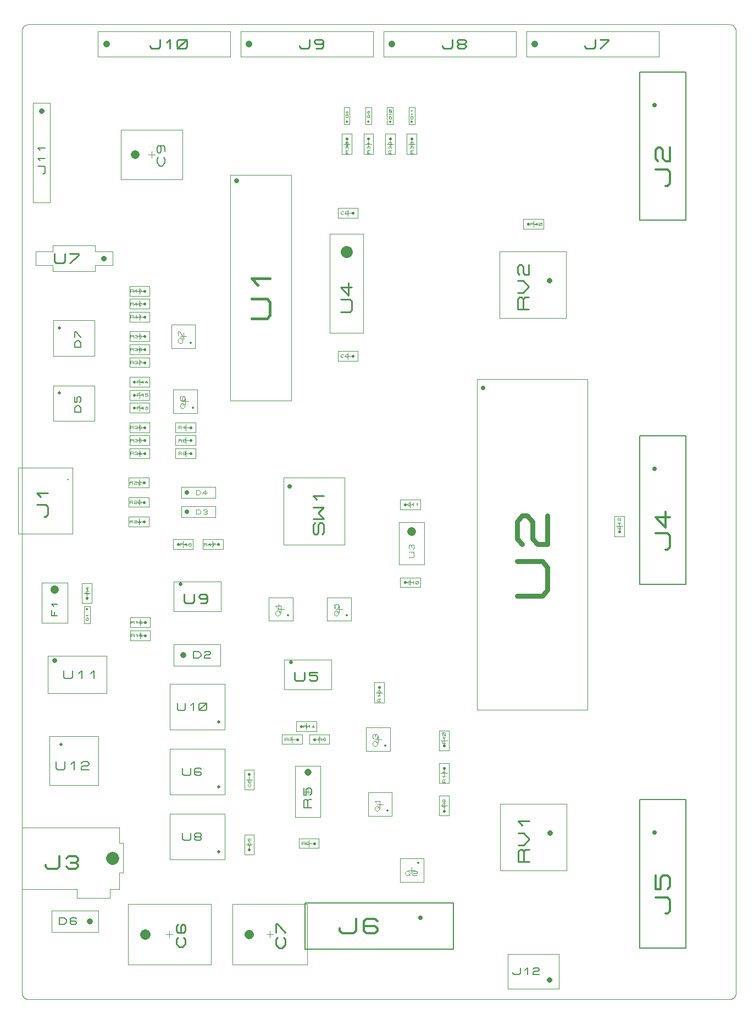
<source format=gbr>
G04 PROTEUS GERBER X2 FILE*
%TF.GenerationSoftware,Labcenter,Proteus,8.15-SP0-Build33980*%
%TF.CreationDate,2023-03-15T16:04:22+00:00*%
%TF.FileFunction,AssemblyDrawing,Top*%
%TF.FilePolarity,Positive*%
%TF.Part,Single*%
%TF.SameCoordinates,{4545a914-5e6f-4f91-a9de-dead5439e7db}*%
%FSLAX45Y45*%
%MOMM*%
G01*
%TA.AperFunction,Material*%
%ADD120C,0.050000*%
%ADD121C,0.270000*%
%ADD122C,0.271960*%
%ADD52C,0.101600*%
%ADD123C,1.016000*%
%ADD124C,0.231130*%
%TA.AperFunction,Profile*%
%ADD47C,0.101600*%
%TA.AperFunction,Material*%
%ADD54C,0.152400*%
%ADD125C,0.711200*%
%ADD126C,0.371950*%
%ADD127C,2.000000*%
%ADD128C,0.320660*%
%ADD129C,0.520000*%
%ADD130C,0.147960*%
%ADD131C,0.800000*%
%ADD132C,0.207830*%
%ADD133C,0.523240*%
%ADD134C,0.203320*%
%ADD135C,0.812800*%
%ADD136C,0.177800*%
%ADD137C,0.163960*%
%ADD138C,0.781600*%
%ADD139C,0.762000*%
%ADD140C,0.461560*%
%ADD141C,0.355600*%
%ADD142C,0.056890*%
%ADD143C,0.277020*%
%ADD144C,1.280000*%
%ADD145C,0.131200*%
%ADD146C,0.265170*%
%ADD147C,1.828800*%
%ADD148C,0.284480*%
%ADD149C,0.524000*%
%ADD150C,0.182930*%
%ADD151C,0.872000*%
%ADD152C,0.236950*%
%ADD153C,0.571500*%
%ADD154C,0.221060*%
%ADD155C,0.920000*%
%ADD156C,0.166000*%
%ADD157C,1.360000*%
%ADD158C,0.126330*%
%ADD159C,1.120140*%
%ADD160C,0.194660*%
%ADD161C,0.396240*%
%ADD162C,0.069170*%
%ADD163C,0.660400*%
%ADD164C,0.108450*%
%ADD165C,1.623060*%
%ADD166C,0.219320*%
%ADD167C,1.440180*%
%ADD168C,0.234100*%
%ADD169C,1.320800*%
%ADD170C,0.197300*%
%ADD171C,0.115530*%
%TD.AperFunction*%
D120*
X-4718000Y+1177492D02*
X-5560000Y+1177492D01*
X-5560000Y+162508D01*
X-4718000Y+162508D01*
X-4718000Y+1177492D01*
D121*
X-4800000Y+1005000D02*
X-4800000Y+1005000D01*
D122*
X-5160803Y+425235D02*
X-5133607Y+425235D01*
X-5106411Y+455830D01*
X-5106411Y+578213D01*
X-5133607Y+608808D01*
X-5269588Y+608808D01*
X-5215196Y+731191D02*
X-5269588Y+792382D01*
X-5106411Y+792382D01*
D52*
X+2267920Y+7504420D02*
X+4310080Y+7504420D01*
X+4310080Y+7895580D01*
X+2267920Y+7895580D01*
X+2267920Y+7504420D01*
D123*
X+2400000Y+7700000D02*
X+2400000Y+7700000D01*
D124*
X+3172415Y+7676886D02*
X+3172415Y+7653772D01*
X+3198418Y+7630658D01*
X+3302430Y+7630658D01*
X+3328433Y+7653772D01*
X+3328433Y+7769342D01*
X+3406443Y+7769342D02*
X+3536458Y+7769342D01*
X+3536458Y+7746228D01*
X+3406443Y+7630658D01*
D52*
X+67920Y+7504420D02*
X+2110080Y+7504420D01*
X+2110080Y+7895580D01*
X+67920Y+7895580D01*
X+67920Y+7504420D01*
D123*
X+200000Y+7700000D02*
X+200000Y+7700000D01*
D124*
X+972415Y+7676886D02*
X+972415Y+7653772D01*
X+998418Y+7630658D01*
X+1102430Y+7630658D01*
X+1128433Y+7653772D01*
X+1128433Y+7769342D01*
X+1232446Y+7700000D02*
X+1206443Y+7723114D01*
X+1206443Y+7746228D01*
X+1232446Y+7769342D01*
X+1310455Y+7769342D01*
X+1336458Y+7746228D01*
X+1336458Y+7723114D01*
X+1310455Y+7700000D01*
X+1232446Y+7700000D01*
X+1206443Y+7676886D01*
X+1206443Y+7653772D01*
X+1232446Y+7630658D01*
X+1310455Y+7630658D01*
X+1336458Y+7653772D01*
X+1336458Y+7676886D01*
X+1310455Y+7700000D01*
D52*
X-2132080Y+7504420D02*
X-89920Y+7504420D01*
X-89920Y+7895580D01*
X-2132080Y+7895580D01*
X-2132080Y+7504420D01*
D123*
X-2000000Y+7700000D02*
X-2000000Y+7700000D01*
D124*
X-1227585Y+7676886D02*
X-1227585Y+7653772D01*
X-1201582Y+7630658D01*
X-1097570Y+7630658D01*
X-1071567Y+7653772D01*
X-1071567Y+7769342D01*
X-863542Y+7723114D02*
X-889545Y+7700000D01*
X-967554Y+7700000D01*
X-993557Y+7723114D01*
X-993557Y+7746228D01*
X-967554Y+7769342D01*
X-889545Y+7769342D01*
X-863542Y+7746228D01*
X-863542Y+7653772D01*
X-889545Y+7630658D01*
X-967554Y+7630658D01*
D52*
X-4332080Y+7504420D02*
X-2289920Y+7504420D01*
X-2289920Y+7895580D01*
X-4332080Y+7895580D01*
X-4332080Y+7504420D01*
D123*
X-4200000Y+7700000D02*
X-4200000Y+7700000D01*
D124*
X-3531597Y+7676886D02*
X-3531597Y+7653772D01*
X-3505594Y+7630658D01*
X-3401582Y+7630658D01*
X-3375579Y+7653772D01*
X-3375579Y+7769342D01*
X-3271566Y+7723114D02*
X-3219560Y+7769342D01*
X-3219560Y+7630658D01*
X-3115547Y+7653772D02*
X-3115547Y+7746228D01*
X-3089544Y+7769342D01*
X-2985532Y+7769342D01*
X-2959529Y+7746228D01*
X-2959529Y+7653772D01*
X-2985532Y+7630658D01*
X-3089544Y+7630658D01*
X-3115547Y+7653772D01*
X-3115547Y+7630658D02*
X-2959529Y+7769342D01*
D47*
X+5500000Y-6900000D02*
X+5498010Y-6920447D01*
X+5492285Y-6939355D01*
X+5471094Y-6971094D01*
X+5439356Y-6992285D01*
X+5420447Y-6998010D01*
X+5400000Y-7000000D01*
X-5500000Y-6900000D02*
X-5498010Y-6920447D01*
X-5492285Y-6939355D01*
X-5471094Y-6971094D01*
X-5439356Y-6992285D01*
X-5420447Y-6998010D01*
X-5400000Y-7000000D01*
X+5400000Y+8000000D02*
X+5420447Y+7998010D01*
X+5439356Y+7992285D01*
X+5471094Y+7971094D01*
X+5492285Y+7939355D01*
X+5498010Y+7920447D01*
X+5500000Y+7900000D01*
X-5400000Y+8000000D02*
X-5420447Y+7998010D01*
X-5439356Y+7992285D01*
X-5471094Y+7971094D01*
X-5492285Y+7939355D01*
X-5498010Y+7920447D01*
X-5500000Y+7900000D01*
X-5400000Y+8000000D02*
X+5400000Y+8000000D01*
X+5500000Y+7900000D02*
X+5500000Y-6900000D01*
X+5400000Y-7000000D02*
X-5400000Y-7000000D01*
X-5500000Y-6900000D02*
X-5500000Y+7900000D01*
D54*
X+4728600Y+7270000D02*
X+4017400Y+7270000D01*
X+4017400Y+4986000D01*
X+4728600Y+4986000D01*
X+4728600Y+7270000D01*
X+4017400Y+7270000D01*
X+4017400Y+4986000D01*
X+4728600Y+4986000D01*
X+4728600Y+7270000D01*
D125*
X+4246000Y+6762000D02*
X+4246000Y+6762000D01*
D126*
X+4410196Y+5517649D02*
X+4447391Y+5517649D01*
X+4484587Y+5559494D01*
X+4484587Y+5726874D01*
X+4447391Y+5768719D01*
X+4261413Y+5768719D01*
X+4298609Y+5894255D02*
X+4261413Y+5936100D01*
X+4261413Y+6061635D01*
X+4298609Y+6103480D01*
X+4335804Y+6103480D01*
X+4373000Y+6061635D01*
X+4373000Y+5936100D01*
X+4410196Y+5894255D01*
X+4484587Y+5894255D01*
X+4484587Y+6103480D01*
D120*
X-4000000Y-5305000D02*
X-4145000Y-5305000D01*
X-4145000Y-5440000D01*
X-4654990Y-5440000D01*
X-4654990Y-5305000D01*
X-5500000Y-5305000D01*
X-5500000Y-4355000D01*
X-4000000Y-4355000D01*
X-4000000Y-4595000D01*
X-4000000Y-5055000D02*
X-4000000Y-5305000D01*
X-4000000Y-5055000D02*
X-3945000Y-5055000D01*
X-3945000Y-4595000D01*
X-4000000Y-4595000D01*
D127*
X-4100000Y-4830000D02*
X-4100000Y-4830000D01*
D128*
X-5139851Y-4929567D02*
X-5139851Y-4961634D01*
X-5103776Y-4993701D01*
X-4959476Y-4993701D01*
X-4923401Y-4961634D01*
X-4923401Y-4801300D01*
X-4815175Y-4833367D02*
X-4779100Y-4801300D01*
X-4670875Y-4801300D01*
X-4634800Y-4833367D01*
X-4634800Y-4865434D01*
X-4670875Y-4897500D01*
X-4634800Y-4929567D01*
X-4634800Y-4961634D01*
X-4670875Y-4993701D01*
X-4779100Y-4993701D01*
X-4815175Y-4961634D01*
X-4743025Y-4897500D02*
X-4670875Y-4897500D01*
D54*
X+4728600Y+1670000D02*
X+4017400Y+1670000D01*
X+4017400Y-614000D01*
X+4728600Y-614000D01*
X+4728600Y+1670000D01*
X+4017400Y+1670000D01*
X+4017400Y-614000D01*
X+4728600Y-614000D01*
X+4728600Y+1670000D01*
D125*
X+4246000Y+1162000D02*
X+4246000Y+1162000D01*
D126*
X+4410196Y-82351D02*
X+4447391Y-82351D01*
X+4484587Y-40506D01*
X+4484587Y+126874D01*
X+4447391Y+168719D01*
X+4261413Y+168719D01*
X+4410196Y+503480D02*
X+4410196Y+252410D01*
X+4261413Y+419790D01*
X+4484587Y+419790D01*
D54*
X+4728600Y-3930000D02*
X+4017400Y-3930000D01*
X+4017400Y-6214000D01*
X+4728600Y-6214000D01*
X+4728600Y-3930000D01*
X+4017400Y-3930000D01*
X+4017400Y-6214000D01*
X+4728600Y-6214000D01*
X+4728600Y-3930000D01*
D125*
X+4246000Y-4438000D02*
X+4246000Y-4438000D01*
D126*
X+4410196Y-5682351D02*
X+4447391Y-5682351D01*
X+4484587Y-5640506D01*
X+4484587Y-5473126D01*
X+4447391Y-5431281D01*
X+4261413Y-5431281D01*
X+4261413Y-5096520D02*
X+4261413Y-5305745D01*
X+4335804Y-5305745D01*
X+4335804Y-5138365D01*
X+4373000Y-5096520D01*
X+4447391Y-5096520D01*
X+4484587Y-5138365D01*
X+4484587Y-5263900D01*
X+4447391Y-5305745D01*
D54*
X+1145000Y-6228600D02*
X+1145000Y-5517400D01*
X-1139000Y-5517400D01*
X-1139000Y-6228600D01*
X+1145000Y-6228600D01*
X+1145000Y-5517400D01*
X-1139000Y-5517400D01*
X-1139000Y-6228600D01*
X+1145000Y-6228600D01*
D125*
X+637000Y-5746000D02*
X+637000Y-5746000D01*
D126*
X-607351Y-5910196D02*
X-607351Y-5947391D01*
X-565506Y-5984587D01*
X-398126Y-5984587D01*
X-356281Y-5947391D01*
X-356281Y-5761413D01*
X-21520Y-5798609D02*
X-63365Y-5761413D01*
X-188900Y-5761413D01*
X-230745Y-5798609D01*
X-230745Y-5947391D01*
X-188900Y-5984587D01*
X-63365Y-5984587D01*
X-21520Y-5947391D01*
X-21520Y-5910196D01*
X-63365Y-5873000D01*
X-230745Y-5873000D01*
D120*
X-5015000Y+3445000D02*
X-4385000Y+3445000D01*
X-4385000Y+2895000D01*
X-5015000Y+2895000D01*
X-5015000Y+3445000D01*
D129*
X-4925000Y+3330000D02*
X-4925000Y+3330000D01*
D130*
X-4596359Y+3036829D02*
X-4685140Y+3036829D01*
X-4685140Y+3103414D01*
X-4655546Y+3136707D01*
X-4625953Y+3136707D01*
X-4596359Y+3103414D01*
X-4596359Y+3036829D01*
X-4685140Y+3186646D02*
X-4685140Y+3269878D01*
X-4670343Y+3269878D01*
X-4596359Y+3186646D01*
D120*
X-5015000Y+2445000D02*
X-4385000Y+2445000D01*
X-4385000Y+1895000D01*
X-5015000Y+1895000D01*
X-5015000Y+2445000D01*
D129*
X-4925000Y+2330000D02*
X-4925000Y+2330000D01*
D130*
X-4596359Y+2036829D02*
X-4685140Y+2036829D01*
X-4685140Y+2103414D01*
X-4655546Y+2136707D01*
X-4625953Y+2136707D01*
X-4596359Y+2103414D01*
X-4596359Y+2036829D01*
X-4685140Y+2269878D02*
X-4685140Y+2186646D01*
X-4655546Y+2186646D01*
X-4655546Y+2253231D01*
X-4640750Y+2269878D01*
X-4611156Y+2269878D01*
X-4596359Y+2253231D01*
X-4596359Y+2203292D01*
X-4611156Y+2186646D01*
D52*
X-5100000Y-2295000D02*
X-4200000Y-2295000D01*
X-4200000Y-1715000D01*
X-5100000Y-1715000D01*
X-5100000Y-2295000D01*
D131*
X-5000000Y-1780000D02*
X-5000000Y-1780000D01*
D132*
X-4860575Y-1942650D02*
X-4860575Y-2046567D01*
X-4837194Y-2067351D01*
X-4743669Y-2067351D01*
X-4720288Y-2046567D01*
X-4720288Y-1942650D01*
X-4626763Y-1984217D02*
X-4580000Y-1942650D01*
X-4580000Y-2067351D01*
X-4439713Y-1984217D02*
X-4392950Y-1942650D01*
X-4392950Y-2067351D01*
D120*
X-5075000Y-2955000D02*
X-4325000Y-2955000D01*
X-4325000Y-3705000D01*
X-5075000Y-3705000D01*
X-5075000Y-2955000D01*
D133*
X-4900000Y-3080000D02*
X-4900000Y-3080000D01*
D134*
X-4974485Y-3345834D02*
X-4974485Y-3447496D01*
X-4951612Y-3467828D01*
X-4860117Y-3467828D01*
X-4837243Y-3447496D01*
X-4837243Y-3345834D01*
X-4745748Y-3386499D02*
X-4700000Y-3345834D01*
X-4700000Y-3467828D01*
X-4585632Y-3366166D02*
X-4562758Y-3345834D01*
X-4494137Y-3345834D01*
X-4471263Y-3366166D01*
X-4471263Y-3386499D01*
X-4494137Y-3406831D01*
X-4562758Y-3406831D01*
X-4585632Y-3427163D01*
X-4585632Y-3467828D01*
X-4471263Y-3467828D01*
D52*
X-5332080Y+5259920D02*
X-5067920Y+5259920D01*
X-5067920Y+6794080D01*
X-5332080Y+6794080D01*
X-5332080Y+5259920D01*
D135*
X-5200000Y+6662000D02*
X-5200000Y+6662000D01*
D136*
X-5182220Y+5700610D02*
X-5164440Y+5700610D01*
X-5146660Y+5720612D01*
X-5146660Y+5800622D01*
X-5164440Y+5820625D01*
X-5253340Y+5820625D01*
X-5217780Y+5900635D02*
X-5253340Y+5940640D01*
X-5146660Y+5940640D01*
X-5217780Y+6060655D02*
X-5253340Y+6100660D01*
X-5146660Y+6100660D01*
D52*
X+1980920Y-6835080D02*
X+2771080Y-6835080D01*
X+2771080Y-6304920D01*
X+1980920Y-6304920D01*
X+1980920Y-6835080D01*
D135*
X+2630000Y-6700000D02*
X+2630000Y-6700000D01*
D137*
X+2063794Y-6586396D02*
X+2063794Y-6602792D01*
X+2082239Y-6619188D01*
X+2156021Y-6619188D01*
X+2174467Y-6602792D01*
X+2174467Y-6520812D01*
X+2248249Y-6553604D02*
X+2285140Y-6520812D01*
X+2285140Y-6619188D01*
X+2377367Y-6537208D02*
X+2395813Y-6520812D01*
X+2451149Y-6520812D01*
X+2469595Y-6537208D01*
X+2469595Y-6553604D01*
X+2451149Y-6570000D01*
X+2395813Y-6570000D01*
X+2377367Y-6586396D01*
X+2377367Y-6619188D01*
X+2469595Y-6619188D01*
D52*
X+1511100Y-2547080D02*
X+3212900Y-2547080D01*
X+3212900Y+2543080D01*
X+1511100Y+2543080D01*
X+1511100Y-2547080D01*
D125*
X+1600000Y+2411000D02*
X+1600000Y+2411000D01*
D138*
X+2127518Y-789267D02*
X+2518322Y-789267D01*
X+2596483Y-701337D01*
X+2596483Y-349613D01*
X+2518322Y-261682D01*
X+2127518Y-261682D01*
X+2205679Y+2110D02*
X+2127518Y+90041D01*
X+2127518Y+353834D01*
X+2205679Y+441765D01*
X+2283840Y+441765D01*
X+2362000Y+353834D01*
X+2362000Y+90041D01*
X+2440161Y+2110D01*
X+2596483Y+2110D01*
X+2596483Y+441765D01*
D52*
X-2288900Y+2209100D02*
X-1349100Y+2209100D01*
X-1349100Y+5686900D01*
X-2288900Y+5686900D01*
X-2288900Y+2209100D01*
D139*
X-2200000Y+5600000D02*
X-2200000Y+5600000D01*
D140*
X-1957470Y+3470089D02*
X-1726686Y+3470089D01*
X-1680529Y+3522015D01*
X-1680529Y+3729720D01*
X-1726686Y+3781647D01*
X-1957470Y+3781647D01*
X-1865156Y+3989352D02*
X-1957470Y+4093205D01*
X-1680529Y+4093205D01*
D52*
X-542386Y+6463050D02*
X-450946Y+6463050D01*
X-450946Y+6724670D01*
X-542386Y+6724670D01*
X-542386Y+6463050D01*
D141*
X-496666Y+6507500D02*
X-496666Y+6507500D01*
D142*
X-479597Y+6573769D02*
X-513734Y+6573769D01*
X-513734Y+6599372D01*
X-502355Y+6612173D01*
X-490976Y+6612173D01*
X-479597Y+6599372D01*
X-479597Y+6573769D01*
X-496666Y+6637776D02*
X-502355Y+6631375D01*
X-508045Y+6631375D01*
X-513734Y+6637776D01*
X-513734Y+6656978D01*
X-508045Y+6663379D01*
X-502355Y+6663379D01*
X-496666Y+6656978D01*
X-496666Y+6637776D01*
X-490976Y+6631375D01*
X-485286Y+6631375D01*
X-479597Y+6637776D01*
X-479597Y+6656978D01*
X-485286Y+6663379D01*
X-490976Y+6663379D01*
X-496666Y+6656978D01*
D52*
X-209053Y+6463050D02*
X-117613Y+6463050D01*
X-117613Y+6724670D01*
X-209053Y+6724670D01*
X-209053Y+6463050D01*
D141*
X-163333Y+6507500D02*
X-163333Y+6507500D01*
D142*
X-146264Y+6573769D02*
X-180401Y+6573769D01*
X-180401Y+6599372D01*
X-169022Y+6612173D01*
X-157643Y+6612173D01*
X-146264Y+6599372D01*
X-146264Y+6573769D01*
X-169022Y+6663379D02*
X-163333Y+6656978D01*
X-163333Y+6637776D01*
X-169022Y+6631375D01*
X-174712Y+6631375D01*
X-180401Y+6637776D01*
X-180401Y+6656978D01*
X-174712Y+6663379D01*
X-151953Y+6663379D01*
X-146264Y+6656978D01*
X-146264Y+6637776D01*
D52*
X+124280Y+6463050D02*
X+215720Y+6463050D01*
X+215720Y+6724670D01*
X+124280Y+6724670D01*
X+124280Y+6463050D01*
D141*
X+170000Y+6507500D02*
X+170000Y+6507500D01*
D142*
X+187069Y+6548166D02*
X+152932Y+6548166D01*
X+152932Y+6573769D01*
X+164311Y+6586570D01*
X+175690Y+6586570D01*
X+187069Y+6573769D01*
X+187069Y+6548166D01*
X+164311Y+6612173D02*
X+152932Y+6624975D01*
X+187069Y+6624975D01*
X+181380Y+6650578D02*
X+158621Y+6650578D01*
X+152932Y+6656978D01*
X+152932Y+6682581D01*
X+158621Y+6688982D01*
X+181380Y+6688982D01*
X+187069Y+6682581D01*
X+187069Y+6656978D01*
X+181380Y+6650578D01*
X+187069Y+6650578D02*
X+152932Y+6688982D01*
D52*
X+457614Y+6463050D02*
X+549054Y+6463050D01*
X+549054Y+6724670D01*
X+457614Y+6724670D01*
X+457614Y+6463050D01*
D141*
X+503334Y+6507500D02*
X+503334Y+6507500D01*
D142*
X+520403Y+6548166D02*
X+486266Y+6548166D01*
X+486266Y+6573769D01*
X+497645Y+6586570D01*
X+509024Y+6586570D01*
X+520403Y+6573769D01*
X+520403Y+6548166D01*
X+497645Y+6612173D02*
X+486266Y+6624975D01*
X+520403Y+6624975D01*
X+497645Y+6663379D02*
X+486266Y+6676181D01*
X+520403Y+6676181D01*
D52*
X+1856920Y+3479420D02*
X+2883080Y+3479420D01*
X+2883080Y+4505580D01*
X+1856920Y+4505580D01*
X+1856920Y+3479420D01*
D135*
X+2624000Y+4056000D02*
X+2624000Y+4056000D01*
D143*
X+2303249Y+3618511D02*
X+2137031Y+3618511D01*
X+2137031Y+3774339D01*
X+2164734Y+3805505D01*
X+2192437Y+3805505D01*
X+2220140Y+3774339D01*
X+2220140Y+3618511D01*
X+2220140Y+3774339D02*
X+2247843Y+3805505D01*
X+2303249Y+3805505D01*
X+2137031Y+3867837D02*
X+2220140Y+3867837D01*
X+2303249Y+3961334D01*
X+2220140Y+4054831D01*
X+2137031Y+4054831D01*
X+2164734Y+4148328D02*
X+2137031Y+4179494D01*
X+2137031Y+4272991D01*
X+2164734Y+4304157D01*
X+2192437Y+4304157D01*
X+2220140Y+4272991D01*
X+2220140Y+4179494D01*
X+2247843Y+4148328D01*
X+2303249Y+4148328D01*
X+2303249Y+4304157D01*
D120*
X-4802000Y-590000D02*
X-4802000Y-1210000D01*
X-5198000Y-1210000D01*
X-5198000Y-590000D01*
X-4802000Y-590000D01*
D144*
X-5000000Y-690000D02*
X-5000000Y-690000D01*
D145*
X-4960640Y-1101330D02*
X-5039360Y-1101330D01*
X-5039360Y-1012770D01*
X-5000000Y-1101330D02*
X-5000000Y-1042290D01*
X-5013120Y-953730D02*
X-5039360Y-924210D01*
X-4960640Y-924210D01*
D52*
X-1466900Y-2080D02*
X-527100Y-2080D01*
X-527100Y+1024080D01*
X-1466900Y+1024080D01*
X-1466900Y-2080D01*
D125*
X-1378000Y+892000D02*
X-1378000Y+892000D01*
D146*
X-881734Y+153013D02*
X-855217Y+182845D01*
X-855217Y+302174D01*
X-881734Y+332006D01*
X-908252Y+332006D01*
X-934770Y+302174D01*
X-934770Y+182845D01*
X-961287Y+153013D01*
X-987805Y+153013D01*
X-1014322Y+182845D01*
X-1014322Y+302174D01*
X-987805Y+332006D01*
X-1014322Y+391671D02*
X-855217Y+391671D01*
X-934770Y+481167D01*
X-855217Y+570664D01*
X-1014322Y+570664D01*
X-961287Y+689993D02*
X-1014322Y+749658D01*
X-855217Y+749658D01*
D52*
X-761620Y+3255400D02*
X-243460Y+3255400D01*
X-243460Y+4779400D01*
X-761620Y+4779400D01*
X-761620Y+3255400D01*
D147*
X-500000Y+4500000D02*
X-500000Y+4500000D01*
D148*
X-587884Y+3575948D02*
X-445644Y+3575948D01*
X-417196Y+3607952D01*
X-417196Y+3735968D01*
X-445644Y+3767972D01*
X-587884Y+3767972D01*
X-474092Y+4024004D02*
X-474092Y+3831980D01*
X-587884Y+3959996D01*
X-417196Y+3959996D01*
D120*
X-3225000Y-3850000D02*
X-2375000Y-3850000D01*
X-2375000Y-3150000D01*
X-3225000Y-3150000D01*
X-3225000Y-3850000D01*
D149*
X-2466000Y-3729000D02*
X-2466000Y-3729000D01*
D150*
X-3024490Y-3445120D02*
X-3024490Y-3536587D01*
X-3003910Y-3554881D01*
X-2921590Y-3554881D01*
X-2901010Y-3536587D01*
X-2901010Y-3445120D01*
X-2736370Y-3463414D02*
X-2756950Y-3445120D01*
X-2818690Y-3445120D01*
X-2839270Y-3463414D01*
X-2839270Y-3536587D01*
X-2818690Y-3554881D01*
X-2756950Y-3554881D01*
X-2736370Y-3536587D01*
X-2736370Y-3518294D01*
X-2756950Y-3500000D01*
X-2839270Y-3500000D01*
D120*
X-4107000Y+4295000D02*
X-4375000Y+4295000D01*
X-4375000Y+4200000D01*
X-5025000Y+4200000D01*
X-5025000Y+4295000D01*
X-5293000Y+4295000D01*
X-5293000Y+4505000D01*
X-5025000Y+4505000D01*
X-5025000Y+4600000D01*
X-4375000Y+4600000D01*
X-4375000Y+4505000D01*
X-4107000Y+4505000D01*
X-4107000Y+4295000D01*
D151*
X-4240006Y+4400000D02*
X-4240006Y+4400000D01*
D152*
X-5002809Y+4471085D02*
X-5002809Y+4352609D01*
X-4976152Y+4328914D01*
X-4869524Y+4328914D01*
X-4842867Y+4352609D01*
X-4842867Y+4471085D01*
X-4762896Y+4471085D02*
X-4629611Y+4471085D01*
X-4629611Y+4447390D01*
X-4762896Y+4328914D01*
D120*
X-3225000Y-2850000D02*
X-2375000Y-2850000D01*
X-2375000Y-2150000D01*
X-3225000Y-2150000D01*
X-3225000Y-2850000D01*
D149*
X-2466000Y-2729000D02*
X-2466000Y-2729000D01*
D150*
X-3106810Y-2445120D02*
X-3106810Y-2536587D01*
X-3086230Y-2554881D01*
X-3003910Y-2554881D01*
X-2983330Y-2536587D01*
X-2983330Y-2445120D01*
X-2901010Y-2481707D02*
X-2859850Y-2445120D01*
X-2859850Y-2554881D01*
X-2777530Y-2536587D02*
X-2777530Y-2463414D01*
X-2756950Y-2445120D01*
X-2674630Y-2445120D01*
X-2654050Y-2463414D01*
X-2654050Y-2536587D01*
X-2674630Y-2554881D01*
X-2756950Y-2554881D01*
X-2777530Y-2536587D01*
X-2777530Y-2554881D02*
X-2654050Y-2445120D01*
D120*
X-3225000Y-4850000D02*
X-2375000Y-4850000D01*
X-2375000Y-4150000D01*
X-3225000Y-4150000D01*
X-3225000Y-4850000D01*
D149*
X-2466000Y-4729000D02*
X-2466000Y-4729000D01*
D150*
X-3024490Y-4445120D02*
X-3024490Y-4536587D01*
X-3003910Y-4554881D01*
X-2921590Y-4554881D01*
X-2901010Y-4536587D01*
X-2901010Y-4445120D01*
X-2818690Y-4500000D02*
X-2839270Y-4481707D01*
X-2839270Y-4463414D01*
X-2818690Y-4445120D01*
X-2756950Y-4445120D01*
X-2736370Y-4463414D01*
X-2736370Y-4481707D01*
X-2756950Y-4500000D01*
X-2818690Y-4500000D01*
X-2839270Y-4518294D01*
X-2839270Y-4536587D01*
X-2818690Y-4554881D01*
X-2756950Y-4554881D01*
X-2736370Y-4536587D01*
X-2736370Y-4518294D01*
X-2756950Y-4500000D01*
D52*
X-3161950Y-1028600D02*
X-2438050Y-1028600D01*
X-2438050Y-571400D01*
X-3161950Y-571400D01*
X-3161950Y-1028600D01*
D153*
X-3060350Y-609500D02*
X-3060350Y-609500D01*
D154*
X-2998957Y-767018D02*
X-2998957Y-877550D01*
X-2974088Y-899657D01*
X-2874609Y-899657D01*
X-2849740Y-877550D01*
X-2849740Y-767018D01*
X-2650783Y-811231D02*
X-2675652Y-833337D01*
X-2750261Y-833337D01*
X-2775131Y-811231D01*
X-2775131Y-789125D01*
X-2750261Y-767018D01*
X-2675652Y-767018D01*
X-2650783Y-789125D01*
X-2650783Y-877550D01*
X-2675652Y-899657D01*
X-2750261Y-899657D01*
D120*
X-3160000Y-1865000D02*
X-2440000Y-1865000D01*
X-2440000Y-1535000D01*
X-3160000Y-1535000D01*
X-3160000Y-1865000D01*
D155*
X-3020000Y-1700000D02*
X-3020000Y-1700000D01*
D156*
X-2855150Y-1749800D02*
X-2855150Y-1650200D01*
X-2780450Y-1650200D01*
X-2743100Y-1683400D01*
X-2743100Y-1716600D01*
X-2780450Y-1749800D01*
X-2855150Y-1749800D01*
X-2687075Y-1666800D02*
X-2668400Y-1650200D01*
X-2612375Y-1650200D01*
X-2593700Y-1666800D01*
X-2593700Y-1683400D01*
X-2612375Y-1700000D01*
X-2668400Y-1700000D01*
X-2687075Y-1716600D01*
X-2687075Y-1749800D01*
X-2593700Y-1749800D01*
D120*
X-5040000Y-5965000D02*
X-4320000Y-5965000D01*
X-4320000Y-5635000D01*
X-5040000Y-5635000D01*
X-5040000Y-5965000D01*
D155*
X-4460000Y-5800000D02*
X-4460000Y-5800000D01*
D156*
X-4923650Y-5849800D02*
X-4923650Y-5750200D01*
X-4848950Y-5750200D01*
X-4811600Y-5783400D01*
X-4811600Y-5816600D01*
X-4848950Y-5849800D01*
X-4923650Y-5849800D01*
X-4662200Y-5766800D02*
X-4680875Y-5750200D01*
X-4736900Y-5750200D01*
X-4755575Y-5766800D01*
X-4755575Y-5833200D01*
X-4736900Y-5849800D01*
X-4680875Y-5849800D01*
X-4662200Y-5833200D01*
X-4662200Y-5816600D01*
X-4680875Y-5800000D01*
X-4755575Y-5800000D01*
D52*
X+1866920Y-5020580D02*
X+2893080Y-5020580D01*
X+2893080Y-3994420D01*
X+1866920Y-3994420D01*
X+1866920Y-5020580D01*
D135*
X+2634000Y-4444000D02*
X+2634000Y-4444000D01*
D143*
X+2313249Y-4881489D02*
X+2147031Y-4881489D01*
X+2147031Y-4725661D01*
X+2174734Y-4694495D01*
X+2202437Y-4694495D01*
X+2230140Y-4725661D01*
X+2230140Y-4881489D01*
X+2230140Y-4725661D02*
X+2257843Y-4694495D01*
X+2313249Y-4694495D01*
X+2147031Y-4632163D02*
X+2230140Y-4632163D01*
X+2313249Y-4538666D01*
X+2230140Y-4445169D01*
X+2147031Y-4445169D01*
X+2202437Y-4320506D02*
X+2147031Y-4258174D01*
X+2313249Y-4258174D01*
D120*
X+305000Y-307000D02*
X+695000Y-307000D01*
X+695000Y+337000D01*
X+305000Y+337000D01*
X+305000Y-307000D01*
D157*
X+500000Y+200000D02*
X+500000Y+200000D01*
D158*
X+462100Y-202450D02*
X+525267Y-202450D01*
X+537901Y-188238D01*
X+537901Y-131388D01*
X+525267Y-117175D01*
X+462100Y-117175D01*
X+474734Y-74538D02*
X+462100Y-60325D01*
X+462100Y-17688D01*
X+474734Y-3475D01*
X+487367Y-3475D01*
X+500000Y-17688D01*
X+512634Y-3475D01*
X+525267Y-3475D01*
X+537901Y-17688D01*
X+537901Y-60325D01*
X+525267Y-74538D01*
X+500000Y-46113D02*
X+500000Y-17688D01*
D52*
X-1461950Y-2228600D02*
X-738050Y-2228600D01*
X-738050Y-1771400D01*
X-1461950Y-1771400D01*
X-1461950Y-2228600D01*
D153*
X-1360350Y-1809500D02*
X-1360350Y-1809500D01*
D154*
X-1298957Y-1967018D02*
X-1298957Y-2077550D01*
X-1274088Y-2099657D01*
X-1174609Y-2099657D01*
X-1149740Y-2077550D01*
X-1149740Y-1967018D01*
X-950783Y-1967018D02*
X-1075131Y-1967018D01*
X-1075131Y-2011231D01*
X-975652Y-2011231D01*
X-950783Y-2033337D01*
X-950783Y-2077550D01*
X-975652Y-2099657D01*
X-1050261Y-2099657D01*
X-1075131Y-2077550D01*
D120*
X-1295000Y-3410000D02*
X-1295000Y-4200000D01*
X-905000Y-4200000D01*
X-905000Y-3410000D01*
X-1295000Y-3410000D01*
X-1050000Y-3805000D02*
X-1150000Y-3805000D01*
X-1100000Y-3855000D02*
X-1100000Y-3755000D01*
D159*
X-1100000Y-3500000D02*
X-1100000Y-3500000D01*
D160*
X-1041601Y-4054451D02*
X-1158400Y-4054451D01*
X-1158400Y-3944953D01*
X-1138933Y-3923053D01*
X-1119467Y-3923053D01*
X-1100000Y-3944953D01*
X-1100000Y-4054451D01*
X-1100000Y-3944953D02*
X-1080534Y-3923053D01*
X-1041601Y-3923053D01*
X-1158400Y-3747855D02*
X-1158400Y-3857354D01*
X-1119467Y-3857354D01*
X-1119467Y-3769755D01*
X-1100000Y-3747855D01*
X-1061067Y-3747855D01*
X-1041601Y-3769755D01*
X-1041601Y-3835454D01*
X-1061067Y-3857354D01*
D120*
X-3535000Y+3575000D02*
X-3845000Y+3575000D01*
X-3845000Y+3425000D01*
X-3535000Y+3425000D01*
X-3535000Y+3575000D01*
X-3690000Y+3450000D02*
X-3690000Y+3550000D01*
X-3740000Y+3500000D02*
X-3640000Y+3500000D01*
D161*
X-3610000Y+3500000D02*
X-3610000Y+3500000D01*
D162*
X-3832043Y+3479247D02*
X-3832043Y+3520752D01*
X-3793132Y+3520752D01*
X-3785350Y+3513835D01*
X-3785350Y+3506917D01*
X-3793132Y+3500000D01*
X-3832043Y+3500000D01*
X-3793132Y+3500000D02*
X-3785350Y+3493082D01*
X-3785350Y+3479247D01*
X-3723092Y+3493082D02*
X-3769785Y+3493082D01*
X-3738656Y+3520752D01*
X-3738656Y+3479247D01*
X-3691963Y+3506917D02*
X-3676398Y+3520752D01*
X-3676398Y+3479247D01*
D120*
X-3535000Y+3775000D02*
X-3845000Y+3775000D01*
X-3845000Y+3625000D01*
X-3535000Y+3625000D01*
X-3535000Y+3775000D01*
X-3690000Y+3650000D02*
X-3690000Y+3750000D01*
X-3740000Y+3700000D02*
X-3640000Y+3700000D01*
D161*
X-3610000Y+3700000D02*
X-3610000Y+3700000D01*
D162*
X-3832043Y+3679247D02*
X-3832043Y+3720752D01*
X-3793132Y+3720752D01*
X-3785350Y+3713835D01*
X-3785350Y+3706917D01*
X-3793132Y+3700000D01*
X-3832043Y+3700000D01*
X-3793132Y+3700000D02*
X-3785350Y+3693082D01*
X-3785350Y+3679247D01*
X-3723092Y+3693082D02*
X-3769785Y+3693082D01*
X-3738656Y+3720752D01*
X-3738656Y+3679247D01*
X-3699745Y+3713835D02*
X-3691963Y+3720752D01*
X-3668616Y+3720752D01*
X-3660834Y+3713835D01*
X-3660834Y+3706917D01*
X-3668616Y+3700000D01*
X-3691963Y+3700000D01*
X-3699745Y+3693082D01*
X-3699745Y+3679247D01*
X-3660834Y+3679247D01*
D120*
X-3535000Y+3975000D02*
X-3845000Y+3975000D01*
X-3845000Y+3825000D01*
X-3535000Y+3825000D01*
X-3535000Y+3975000D01*
X-3690000Y+3850000D02*
X-3690000Y+3950000D01*
X-3740000Y+3900000D02*
X-3640000Y+3900000D01*
D161*
X-3610000Y+3900000D02*
X-3610000Y+3900000D01*
D162*
X-3832043Y+3879247D02*
X-3832043Y+3920752D01*
X-3793132Y+3920752D01*
X-3785350Y+3913835D01*
X-3785350Y+3906917D01*
X-3793132Y+3900000D01*
X-3832043Y+3900000D01*
X-3793132Y+3900000D02*
X-3785350Y+3893082D01*
X-3785350Y+3879247D01*
X-3723092Y+3893082D02*
X-3769785Y+3893082D01*
X-3738656Y+3920752D01*
X-3738656Y+3879247D01*
X-3699745Y+3913835D02*
X-3691963Y+3920752D01*
X-3668616Y+3920752D01*
X-3660834Y+3913835D01*
X-3660834Y+3906917D01*
X-3668616Y+3900000D01*
X-3660834Y+3893082D01*
X-3660834Y+3886164D01*
X-3668616Y+3879247D01*
X-3691963Y+3879247D01*
X-3699745Y+3886164D01*
X-3684181Y+3900000D02*
X-3668616Y+3900000D01*
D120*
X-3535000Y+2875000D02*
X-3845000Y+2875000D01*
X-3845000Y+2725000D01*
X-3535000Y+2725000D01*
X-3535000Y+2875000D01*
X-3690000Y+2750000D02*
X-3690000Y+2850000D01*
X-3740000Y+2800000D02*
X-3640000Y+2800000D01*
D161*
X-3610000Y+2800000D02*
X-3610000Y+2800000D01*
D162*
X-3832043Y+2779247D02*
X-3832043Y+2820752D01*
X-3793132Y+2820752D01*
X-3785350Y+2813835D01*
X-3785350Y+2806917D01*
X-3793132Y+2800000D01*
X-3832043Y+2800000D01*
X-3793132Y+2800000D02*
X-3785350Y+2793082D01*
X-3785350Y+2779247D01*
X-3762003Y+2813835D02*
X-3754221Y+2820752D01*
X-3730874Y+2820752D01*
X-3723092Y+2813835D01*
X-3723092Y+2806917D01*
X-3730874Y+2800000D01*
X-3723092Y+2793082D01*
X-3723092Y+2786164D01*
X-3730874Y+2779247D01*
X-3754221Y+2779247D01*
X-3762003Y+2786164D01*
X-3746439Y+2800000D02*
X-3730874Y+2800000D01*
X-3699745Y+2820752D02*
X-3660834Y+2820752D01*
X-3660834Y+2813835D01*
X-3699745Y+2779247D01*
D120*
X-3535000Y+3075000D02*
X-3845000Y+3075000D01*
X-3845000Y+2925000D01*
X-3535000Y+2925000D01*
X-3535000Y+3075000D01*
X-3690000Y+2950000D02*
X-3690000Y+3050000D01*
X-3740000Y+3000000D02*
X-3640000Y+3000000D01*
D161*
X-3610000Y+3000000D02*
X-3610000Y+3000000D01*
D162*
X-3832043Y+2979247D02*
X-3832043Y+3020752D01*
X-3793132Y+3020752D01*
X-3785350Y+3013835D01*
X-3785350Y+3006917D01*
X-3793132Y+3000000D01*
X-3832043Y+3000000D01*
X-3793132Y+3000000D02*
X-3785350Y+2993082D01*
X-3785350Y+2979247D01*
X-3762003Y+3013835D02*
X-3754221Y+3020752D01*
X-3730874Y+3020752D01*
X-3723092Y+3013835D01*
X-3723092Y+3006917D01*
X-3730874Y+3000000D01*
X-3723092Y+2993082D01*
X-3723092Y+2986164D01*
X-3730874Y+2979247D01*
X-3754221Y+2979247D01*
X-3762003Y+2986164D01*
X-3746439Y+3000000D02*
X-3730874Y+3000000D01*
X-3691963Y+3000000D02*
X-3699745Y+3006917D01*
X-3699745Y+3013835D01*
X-3691963Y+3020752D01*
X-3668616Y+3020752D01*
X-3660834Y+3013835D01*
X-3660834Y+3006917D01*
X-3668616Y+3000000D01*
X-3691963Y+3000000D01*
X-3699745Y+2993082D01*
X-3699745Y+2986164D01*
X-3691963Y+2979247D01*
X-3668616Y+2979247D01*
X-3660834Y+2986164D01*
X-3660834Y+2993082D01*
X-3668616Y+3000000D01*
D120*
X-3535000Y+3275000D02*
X-3845000Y+3275000D01*
X-3845000Y+3125000D01*
X-3535000Y+3125000D01*
X-3535000Y+3275000D01*
X-3690000Y+3150000D02*
X-3690000Y+3250000D01*
X-3740000Y+3200000D02*
X-3640000Y+3200000D01*
D161*
X-3610000Y+3200000D02*
X-3610000Y+3200000D01*
D162*
X-3832043Y+3179247D02*
X-3832043Y+3220752D01*
X-3793132Y+3220752D01*
X-3785350Y+3213835D01*
X-3785350Y+3206917D01*
X-3793132Y+3200000D01*
X-3832043Y+3200000D01*
X-3793132Y+3200000D02*
X-3785350Y+3193082D01*
X-3785350Y+3179247D01*
X-3762003Y+3213835D02*
X-3754221Y+3220752D01*
X-3730874Y+3220752D01*
X-3723092Y+3213835D01*
X-3723092Y+3206917D01*
X-3730874Y+3200000D01*
X-3723092Y+3193082D01*
X-3723092Y+3186164D01*
X-3730874Y+3179247D01*
X-3754221Y+3179247D01*
X-3762003Y+3186164D01*
X-3746439Y+3200000D02*
X-3730874Y+3200000D01*
X-3660834Y+3206917D02*
X-3668616Y+3200000D01*
X-3691963Y+3200000D01*
X-3699745Y+3206917D01*
X-3699745Y+3213835D01*
X-3691963Y+3220752D01*
X-3668616Y+3220752D01*
X-3660834Y+3213835D01*
X-3660834Y+3186164D01*
X-3668616Y+3179247D01*
X-3691963Y+3179247D01*
D120*
X-3845000Y+2425000D02*
X-3535000Y+2425000D01*
X-3535000Y+2575000D01*
X-3845000Y+2575000D01*
X-3845000Y+2425000D01*
X-3690000Y+2550000D02*
X-3690000Y+2450000D01*
X-3640000Y+2500000D02*
X-3740000Y+2500000D01*
D161*
X-3770000Y+2500000D02*
X-3770000Y+2500000D01*
D162*
X-3734731Y+2479247D02*
X-3734731Y+2520752D01*
X-3695820Y+2520752D01*
X-3688038Y+2513835D01*
X-3688038Y+2506917D01*
X-3695820Y+2500000D01*
X-3734731Y+2500000D01*
X-3695820Y+2500000D02*
X-3688038Y+2493082D01*
X-3688038Y+2479247D01*
X-3625780Y+2493082D02*
X-3672473Y+2493082D01*
X-3641344Y+2520752D01*
X-3641344Y+2479247D01*
X-3563522Y+2493082D02*
X-3610215Y+2493082D01*
X-3579086Y+2520752D01*
X-3579086Y+2479247D01*
D120*
X-3845000Y+2225000D02*
X-3535000Y+2225000D01*
X-3535000Y+2375000D01*
X-3845000Y+2375000D01*
X-3845000Y+2225000D01*
X-3690000Y+2350000D02*
X-3690000Y+2250000D01*
X-3640000Y+2300000D02*
X-3740000Y+2300000D01*
D161*
X-3770000Y+2300000D02*
X-3770000Y+2300000D01*
D162*
X-3734731Y+2279247D02*
X-3734731Y+2320752D01*
X-3695820Y+2320752D01*
X-3688038Y+2313835D01*
X-3688038Y+2306917D01*
X-3695820Y+2300000D01*
X-3734731Y+2300000D01*
X-3695820Y+2300000D02*
X-3688038Y+2293082D01*
X-3688038Y+2279247D01*
X-3625780Y+2293082D02*
X-3672473Y+2293082D01*
X-3641344Y+2320752D01*
X-3641344Y+2279247D01*
X-3563522Y+2320752D02*
X-3602433Y+2320752D01*
X-3602433Y+2306917D01*
X-3571304Y+2306917D01*
X-3563522Y+2300000D01*
X-3563522Y+2286164D01*
X-3571304Y+2279247D01*
X-3594651Y+2279247D01*
X-3602433Y+2286164D01*
D120*
X-3845000Y+2025000D02*
X-3535000Y+2025000D01*
X-3535000Y+2175000D01*
X-3845000Y+2175000D01*
X-3845000Y+2025000D01*
X-3690000Y+2150000D02*
X-3690000Y+2050000D01*
X-3640000Y+2100000D02*
X-3740000Y+2100000D01*
D161*
X-3770000Y+2100000D02*
X-3770000Y+2100000D01*
D162*
X-3734731Y+2079247D02*
X-3734731Y+2120752D01*
X-3695820Y+2120752D01*
X-3688038Y+2113835D01*
X-3688038Y+2106917D01*
X-3695820Y+2100000D01*
X-3734731Y+2100000D01*
X-3695820Y+2100000D02*
X-3688038Y+2093082D01*
X-3688038Y+2079247D01*
X-3625780Y+2093082D02*
X-3672473Y+2093082D01*
X-3641344Y+2120752D01*
X-3641344Y+2079247D01*
X-3594651Y+2100000D02*
X-3602433Y+2106917D01*
X-3602433Y+2113835D01*
X-3594651Y+2120752D01*
X-3571304Y+2120752D01*
X-3563522Y+2113835D01*
X-3563522Y+2106917D01*
X-3571304Y+2100000D01*
X-3594651Y+2100000D01*
X-3602433Y+2093082D01*
X-3602433Y+2086164D01*
X-3594651Y+2079247D01*
X-3571304Y+2079247D01*
X-3563522Y+2086164D01*
X-3563522Y+2093082D01*
X-3571304Y+2100000D01*
D120*
X-3535000Y+1475000D02*
X-3845000Y+1475000D01*
X-3845000Y+1325000D01*
X-3535000Y+1325000D01*
X-3535000Y+1475000D01*
X-3690000Y+1350000D02*
X-3690000Y+1450000D01*
X-3740000Y+1400000D02*
X-3640000Y+1400000D01*
D161*
X-3610000Y+1400000D02*
X-3610000Y+1400000D01*
D162*
X-3832043Y+1379247D02*
X-3832043Y+1420752D01*
X-3793132Y+1420752D01*
X-3785350Y+1413835D01*
X-3785350Y+1406917D01*
X-3793132Y+1400000D01*
X-3832043Y+1400000D01*
X-3793132Y+1400000D02*
X-3785350Y+1393082D01*
X-3785350Y+1379247D01*
X-3762003Y+1413835D02*
X-3754221Y+1420752D01*
X-3730874Y+1420752D01*
X-3723092Y+1413835D01*
X-3723092Y+1406917D01*
X-3730874Y+1400000D01*
X-3723092Y+1393082D01*
X-3723092Y+1386164D01*
X-3730874Y+1379247D01*
X-3754221Y+1379247D01*
X-3762003Y+1386164D01*
X-3746439Y+1400000D02*
X-3730874Y+1400000D01*
X-3660834Y+1393082D02*
X-3707527Y+1393082D01*
X-3676398Y+1420752D01*
X-3676398Y+1379247D01*
D120*
X-3535000Y+1675000D02*
X-3845000Y+1675000D01*
X-3845000Y+1525000D01*
X-3535000Y+1525000D01*
X-3535000Y+1675000D01*
X-3690000Y+1550000D02*
X-3690000Y+1650000D01*
X-3740000Y+1600000D02*
X-3640000Y+1600000D01*
D161*
X-3610000Y+1600000D02*
X-3610000Y+1600000D01*
D162*
X-3832043Y+1579247D02*
X-3832043Y+1620752D01*
X-3793132Y+1620752D01*
X-3785350Y+1613835D01*
X-3785350Y+1606917D01*
X-3793132Y+1600000D01*
X-3832043Y+1600000D01*
X-3793132Y+1600000D02*
X-3785350Y+1593082D01*
X-3785350Y+1579247D01*
X-3762003Y+1613835D02*
X-3754221Y+1620752D01*
X-3730874Y+1620752D01*
X-3723092Y+1613835D01*
X-3723092Y+1606917D01*
X-3730874Y+1600000D01*
X-3723092Y+1593082D01*
X-3723092Y+1586164D01*
X-3730874Y+1579247D01*
X-3754221Y+1579247D01*
X-3762003Y+1586164D01*
X-3746439Y+1600000D02*
X-3730874Y+1600000D01*
X-3660834Y+1620752D02*
X-3699745Y+1620752D01*
X-3699745Y+1606917D01*
X-3668616Y+1606917D01*
X-3660834Y+1600000D01*
X-3660834Y+1586164D01*
X-3668616Y+1579247D01*
X-3691963Y+1579247D01*
X-3699745Y+1586164D01*
D120*
X-3535000Y+1875000D02*
X-3845000Y+1875000D01*
X-3845000Y+1725000D01*
X-3535000Y+1725000D01*
X-3535000Y+1875000D01*
X-3690000Y+1750000D02*
X-3690000Y+1850000D01*
X-3740000Y+1800000D02*
X-3640000Y+1800000D01*
D161*
X-3610000Y+1800000D02*
X-3610000Y+1800000D01*
D162*
X-3832043Y+1779247D02*
X-3832043Y+1820752D01*
X-3793132Y+1820752D01*
X-3785350Y+1813835D01*
X-3785350Y+1806917D01*
X-3793132Y+1800000D01*
X-3832043Y+1800000D01*
X-3793132Y+1800000D02*
X-3785350Y+1793082D01*
X-3785350Y+1779247D01*
X-3762003Y+1813835D02*
X-3754221Y+1820752D01*
X-3730874Y+1820752D01*
X-3723092Y+1813835D01*
X-3723092Y+1806917D01*
X-3730874Y+1800000D01*
X-3723092Y+1793082D01*
X-3723092Y+1786164D01*
X-3730874Y+1779247D01*
X-3754221Y+1779247D01*
X-3762003Y+1786164D01*
X-3746439Y+1800000D02*
X-3730874Y+1800000D01*
X-3660834Y+1813835D02*
X-3668616Y+1820752D01*
X-3691963Y+1820752D01*
X-3699745Y+1813835D01*
X-3699745Y+1786164D01*
X-3691963Y+1779247D01*
X-3668616Y+1779247D01*
X-3660834Y+1786164D01*
X-3660834Y+1793082D01*
X-3668616Y+1800000D01*
X-3699745Y+1800000D01*
D120*
X+325000Y-660000D02*
X+635000Y-660000D01*
X+635000Y-510000D01*
X+325000Y-510000D01*
X+325000Y-660000D01*
X+480000Y-535000D02*
X+480000Y-635000D01*
X+530000Y-585000D02*
X+430000Y-585000D01*
D161*
X+400000Y-585000D02*
X+400000Y-585000D01*
D162*
X+481962Y-598836D02*
X+474180Y-605753D01*
X+450833Y-605753D01*
X+435269Y-591918D01*
X+435269Y-578083D01*
X+450833Y-564248D01*
X+474180Y-564248D01*
X+481962Y-571165D01*
X+513091Y-578083D02*
X+528656Y-564248D01*
X+528656Y-605753D01*
X+559785Y-598836D02*
X+559785Y-571165D01*
X+567567Y-564248D01*
X+598696Y-564248D01*
X+606478Y-571165D01*
X+606478Y-598836D01*
X+598696Y-605753D01*
X+567567Y-605753D01*
X+559785Y-598836D01*
X+559785Y-605753D02*
X+606478Y-564248D01*
D120*
X+325000Y+540000D02*
X+635000Y+540000D01*
X+635000Y+690000D01*
X+325000Y+690000D01*
X+325000Y+540000D01*
X+480000Y+665000D02*
X+480000Y+565000D01*
X+530000Y+615000D02*
X+430000Y+615000D01*
D161*
X+400000Y+615000D02*
X+400000Y+615000D01*
D162*
X+481962Y+601164D02*
X+474180Y+594247D01*
X+450833Y+594247D01*
X+435269Y+608082D01*
X+435269Y+621917D01*
X+450833Y+635752D01*
X+474180Y+635752D01*
X+481962Y+628835D01*
X+513091Y+621917D02*
X+528656Y+635752D01*
X+528656Y+594247D01*
X+575349Y+621917D02*
X+590914Y+635752D01*
X+590914Y+594247D01*
D120*
X-925000Y-4525000D02*
X-1235000Y-4525000D01*
X-1235000Y-4675000D01*
X-925000Y-4675000D01*
X-925000Y-4525000D01*
X-1080000Y-4650000D02*
X-1080000Y-4550000D01*
X-1130000Y-4600000D02*
X-1030000Y-4600000D01*
D161*
X-1000000Y-4600000D02*
X-1000000Y-4600000D01*
D162*
X-1190914Y-4620753D02*
X-1190914Y-4579248D01*
X-1152003Y-4579248D01*
X-1144221Y-4586165D01*
X-1144221Y-4593083D01*
X-1152003Y-4600000D01*
X-1190914Y-4600000D01*
X-1152003Y-4600000D02*
X-1144221Y-4606918D01*
X-1144221Y-4620753D01*
X-1081963Y-4586165D02*
X-1089745Y-4579248D01*
X-1113092Y-4579248D01*
X-1120874Y-4586165D01*
X-1120874Y-4613836D01*
X-1113092Y-4620753D01*
X-1089745Y-4620753D01*
X-1081963Y-4613836D01*
X-1081963Y-4606918D01*
X-1089745Y-4600000D01*
X-1120874Y-4600000D01*
D120*
X-1185000Y-2925000D02*
X-1495000Y-2925000D01*
X-1495000Y-3075000D01*
X-1185000Y-3075000D01*
X-1185000Y-2925000D01*
X-1340000Y-3050000D02*
X-1340000Y-2950000D01*
X-1390000Y-3000000D02*
X-1290000Y-3000000D01*
D161*
X-1260000Y-3000000D02*
X-1260000Y-3000000D01*
D162*
X-1450914Y-3020753D02*
X-1450914Y-2979248D01*
X-1412003Y-2979248D01*
X-1404221Y-2986165D01*
X-1404221Y-2993083D01*
X-1412003Y-3000000D01*
X-1450914Y-3000000D01*
X-1412003Y-3000000D02*
X-1404221Y-3006918D01*
X-1404221Y-3020753D01*
X-1380874Y-2979248D02*
X-1341963Y-2979248D01*
X-1341963Y-2986165D01*
X-1380874Y-3020753D01*
D52*
X-3043230Y+417450D02*
X-2517450Y+417450D01*
X-2517450Y+582550D01*
X-3043230Y+582550D01*
X-3043230Y+417450D01*
D163*
X-2960680Y+500000D02*
X-2960680Y+500000D01*
D164*
X-2820167Y+467462D02*
X-2820167Y+532537D01*
X-2771361Y+532537D01*
X-2746958Y+510845D01*
X-2746958Y+489154D01*
X-2771361Y+467462D01*
X-2820167Y+467462D01*
X-2710354Y+521691D02*
X-2698152Y+532537D01*
X-2661548Y+532537D01*
X-2649346Y+521691D01*
X-2649346Y+510845D01*
X-2661548Y+500000D01*
X-2649346Y+489154D01*
X-2649346Y+478308D01*
X-2661548Y+467462D01*
X-2698152Y+467462D01*
X-2710354Y+478308D01*
X-2685951Y+500000D02*
X-2661548Y+500000D01*
D52*
X-3043230Y+717450D02*
X-2517450Y+717450D01*
X-2517450Y+882550D01*
X-3043230Y+882550D01*
X-3043230Y+717450D01*
D163*
X-2960680Y+800000D02*
X-2960680Y+800000D01*
D164*
X-2820167Y+767462D02*
X-2820167Y+832537D01*
X-2771361Y+832537D01*
X-2746958Y+810845D01*
X-2746958Y+789154D01*
X-2771361Y+767462D01*
X-2820167Y+767462D01*
X-2649346Y+789154D02*
X-2722555Y+789154D01*
X-2673749Y+832537D01*
X-2673749Y+767462D01*
D120*
X-4425000Y-905000D02*
X-4425000Y-595000D01*
X-4575000Y-595000D01*
X-4575000Y-905000D01*
X-4425000Y-905000D01*
X-4550000Y-750000D02*
X-4450000Y-750000D01*
X-4500000Y-700000D02*
X-4500000Y-800000D01*
D161*
X-4500000Y-830000D02*
X-4500000Y-830000D01*
D162*
X-4479247Y-763602D02*
X-4520752Y-763602D01*
X-4520752Y-724691D01*
X-4513835Y-716909D01*
X-4506917Y-716909D01*
X-4500000Y-724691D01*
X-4500000Y-763602D01*
X-4500000Y-724691D02*
X-4493082Y-716909D01*
X-4479247Y-716909D01*
X-4493082Y-654651D02*
X-4493082Y-701344D01*
X-4520752Y-670215D01*
X-4479247Y-670215D01*
D52*
X-4545720Y-1214450D02*
X-4454280Y-1214450D01*
X-4454280Y-952830D01*
X-4545720Y-952830D01*
X-4545720Y-1214450D01*
D141*
X-4500000Y-997280D02*
X-4500000Y-997280D01*
D142*
X-4482931Y-1165961D02*
X-4517068Y-1165961D01*
X-4517068Y-1140358D01*
X-4505689Y-1127557D01*
X-4494310Y-1127557D01*
X-4482931Y-1140358D01*
X-4482931Y-1165961D01*
X-4505689Y-1101954D02*
X-4517068Y-1089152D01*
X-4482931Y-1089152D01*
D120*
X-3870000Y-6465000D02*
X-2590000Y-6465000D01*
X-2590000Y-5535000D01*
X-3870000Y-5535000D01*
X-3870000Y-6465000D01*
X-3230000Y-5950000D02*
X-3230000Y-6050000D01*
X-3180000Y-6000000D02*
X-3280000Y-6000000D01*
D165*
X-3600000Y-6000000D02*
X-3600000Y-6000000D01*
D166*
X-3009309Y-6049348D02*
X-2987377Y-6074021D01*
X-2987377Y-6148042D01*
X-3031241Y-6197389D01*
X-3075106Y-6197389D01*
X-3118970Y-6148042D01*
X-3118970Y-6074021D01*
X-3097038Y-6049348D01*
X-3097038Y-5851959D02*
X-3118970Y-5876632D01*
X-3118970Y-5950653D01*
X-3097038Y-5975327D01*
X-3009309Y-5975327D01*
X-2987377Y-5950653D01*
X-2987377Y-5876632D01*
X-3009309Y-5851959D01*
X-3031241Y-5851959D01*
X-3053174Y-5876632D01*
X-3053174Y-5975327D01*
D120*
X-2260000Y-6465000D02*
X-1110000Y-6465000D01*
X-1110000Y-5535000D01*
X-2260000Y-5535000D01*
X-2260000Y-6465000D01*
X-1685000Y-5950000D02*
X-1685000Y-6050000D01*
X-1635000Y-6000000D02*
X-1735000Y-6000000D01*
D167*
X-2000000Y-6000000D02*
X-2000000Y-6000000D01*
D168*
X-1470925Y-6052673D02*
X-1447515Y-6079010D01*
X-1447515Y-6158019D01*
X-1494335Y-6210691D01*
X-1541156Y-6210691D01*
X-1587976Y-6158019D01*
X-1587976Y-6079010D01*
X-1564566Y-6052673D01*
X-1587976Y-5973664D02*
X-1587976Y-5841982D01*
X-1564566Y-5841982D01*
X-1447515Y-5973664D01*
D120*
X-3975000Y+5620000D02*
X-3025000Y+5620000D01*
X-3025000Y+6380000D01*
X-3975000Y+6380000D01*
X-3975000Y+5620000D01*
X-3500000Y+6050000D02*
X-3500000Y+5950000D01*
X-3450000Y+6000000D02*
X-3550000Y+6000000D01*
D169*
X-3760000Y+6000000D02*
X-3760000Y+6000000D01*
D170*
X-3318768Y+5955606D02*
X-3299038Y+5933409D01*
X-3299038Y+5866818D01*
X-3338499Y+5822425D01*
X-3377960Y+5822425D01*
X-3417421Y+5866818D01*
X-3417421Y+5933409D01*
X-3397691Y+5955606D01*
X-3377960Y+6133181D02*
X-3358230Y+6110984D01*
X-3358230Y+6044393D01*
X-3377960Y+6022196D01*
X-3397691Y+6022196D01*
X-3417421Y+6044393D01*
X-3417421Y+6110984D01*
X-3397691Y+6133181D01*
X-3318768Y+6133181D01*
X-3299038Y+6110984D01*
X-3299038Y+6044393D01*
D120*
X-2800000Y+2380000D02*
X-3170000Y+2380000D01*
X-3170000Y+2020000D01*
X-2800000Y+2020000D01*
X-2800000Y+2380000D01*
X-2985000Y+2150000D02*
X-2985000Y+2250000D01*
X-3035000Y+2200000D02*
X-2935000Y+2200000D01*
D141*
X-2870000Y+2105000D02*
X-2870000Y+2105000D01*
D171*
X-3041693Y+2096016D02*
X-3064801Y+2122012D01*
X-3064801Y+2148008D01*
X-3041693Y+2174004D01*
X-3018586Y+2174004D01*
X-2995478Y+2148008D01*
X-2995478Y+2122012D01*
X-3018586Y+2096016D01*
X-3041693Y+2096016D01*
X-3018586Y+2148008D02*
X-2995478Y+2174004D01*
X-3053247Y+2277988D02*
X-3064801Y+2264990D01*
X-3064801Y+2225996D01*
X-3053247Y+2212998D01*
X-3007032Y+2212998D01*
X-2995478Y+2225996D01*
X-2995478Y+2264990D01*
X-3007032Y+2277988D01*
X-3018586Y+2277988D01*
X-3030140Y+2264990D01*
X-3030140Y+2212998D01*
D120*
X-2830000Y+3380000D02*
X-3200000Y+3380000D01*
X-3200000Y+3020000D01*
X-2830000Y+3020000D01*
X-2830000Y+3380000D01*
X-3015000Y+3150000D02*
X-3015000Y+3250000D01*
X-3065000Y+3200000D02*
X-2965000Y+3200000D01*
D141*
X-2900000Y+3105000D02*
X-2900000Y+3105000D01*
D171*
X-3071693Y+3096016D02*
X-3094801Y+3122012D01*
X-3094801Y+3148008D01*
X-3071693Y+3174004D01*
X-3048586Y+3174004D01*
X-3025478Y+3148008D01*
X-3025478Y+3122012D01*
X-3048586Y+3096016D01*
X-3071693Y+3096016D01*
X-3048586Y+3148008D02*
X-3025478Y+3174004D01*
X-3094801Y+3212998D02*
X-3094801Y+3277988D01*
X-3083247Y+3277988D01*
X-3025478Y+3212998D01*
D120*
X-2825000Y+1875000D02*
X-3135000Y+1875000D01*
X-3135000Y+1725000D01*
X-2825000Y+1725000D01*
X-2825000Y+1875000D01*
X-2980000Y+1750000D02*
X-2980000Y+1850000D01*
X-3030000Y+1800000D02*
X-2930000Y+1800000D01*
D161*
X-2900000Y+1800000D02*
X-2900000Y+1800000D01*
D162*
X-3090914Y+1779247D02*
X-3090914Y+1820752D01*
X-3052003Y+1820752D01*
X-3044221Y+1813835D01*
X-3044221Y+1806917D01*
X-3052003Y+1800000D01*
X-3090914Y+1800000D01*
X-3052003Y+1800000D02*
X-3044221Y+1793082D01*
X-3044221Y+1779247D01*
X-3013092Y+1806917D02*
X-2997527Y+1820752D01*
X-2997527Y+1779247D01*
D120*
X-2825000Y+1675000D02*
X-3135000Y+1675000D01*
X-3135000Y+1525000D01*
X-2825000Y+1525000D01*
X-2825000Y+1675000D01*
X-2980000Y+1550000D02*
X-2980000Y+1650000D01*
X-3030000Y+1600000D02*
X-2930000Y+1600000D01*
D161*
X-2900000Y+1600000D02*
X-2900000Y+1600000D01*
D162*
X-3090914Y+1579247D02*
X-3090914Y+1620752D01*
X-3052003Y+1620752D01*
X-3044221Y+1613835D01*
X-3044221Y+1606917D01*
X-3052003Y+1600000D01*
X-3090914Y+1600000D01*
X-3052003Y+1600000D02*
X-3044221Y+1593082D01*
X-3044221Y+1579247D01*
X-3020874Y+1613835D02*
X-3013092Y+1620752D01*
X-2989745Y+1620752D01*
X-2981963Y+1613835D01*
X-2981963Y+1606917D01*
X-2989745Y+1600000D01*
X-3013092Y+1600000D01*
X-3020874Y+1593082D01*
X-3020874Y+1579247D01*
X-2981963Y+1579247D01*
D120*
X-2825000Y+1475000D02*
X-3135000Y+1475000D01*
X-3135000Y+1325000D01*
X-2825000Y+1325000D01*
X-2825000Y+1475000D01*
X-2980000Y+1350000D02*
X-2980000Y+1450000D01*
X-3030000Y+1400000D02*
X-2930000Y+1400000D01*
D161*
X-2900000Y+1400000D02*
X-2900000Y+1400000D01*
D162*
X-3090914Y+1379247D02*
X-3090914Y+1420752D01*
X-3052003Y+1420752D01*
X-3044221Y+1413835D01*
X-3044221Y+1406917D01*
X-3052003Y+1400000D01*
X-3090914Y+1400000D01*
X-3052003Y+1400000D02*
X-3044221Y+1393082D01*
X-3044221Y+1379247D01*
X-3020874Y+1413835D02*
X-3013092Y+1420752D01*
X-2989745Y+1420752D01*
X-2981963Y+1413835D01*
X-2981963Y+1406917D01*
X-2989745Y+1400000D01*
X-2981963Y+1393082D01*
X-2981963Y+1386164D01*
X-2989745Y+1379247D01*
X-3013092Y+1379247D01*
X-3020874Y+1386164D01*
X-3005310Y+1400000D02*
X-2989745Y+1400000D01*
D120*
X-1075000Y-3075000D02*
X-765000Y-3075000D01*
X-765000Y-2925000D01*
X-1075000Y-2925000D01*
X-1075000Y-3075000D01*
X-920000Y-2950000D02*
X-920000Y-3050000D01*
X-870000Y-3000000D02*
X-970000Y-3000000D01*
D161*
X-1000000Y-3000000D02*
X-1000000Y-3000000D01*
D162*
X-933602Y-3020753D02*
X-933602Y-2979248D01*
X-894691Y-2979248D01*
X-886909Y-2986165D01*
X-886909Y-2993083D01*
X-894691Y-3000000D01*
X-933602Y-3000000D01*
X-894691Y-3000000D02*
X-886909Y-3006918D01*
X-886909Y-3020753D01*
X-855780Y-3000000D02*
X-863562Y-2993083D01*
X-863562Y-2986165D01*
X-855780Y-2979248D01*
X-832433Y-2979248D01*
X-824651Y-2986165D01*
X-824651Y-2993083D01*
X-832433Y-3000000D01*
X-855780Y-3000000D01*
X-863562Y-3006918D01*
X-863562Y-3013836D01*
X-855780Y-3020753D01*
X-832433Y-3020753D01*
X-824651Y-3013836D01*
X-824651Y-3006918D01*
X-832433Y-3000000D01*
D120*
X+200000Y-3820000D02*
X-170000Y-3820000D01*
X-170000Y-4180000D01*
X+200000Y-4180000D01*
X+200000Y-3820000D01*
X+15000Y-4050000D02*
X+15000Y-3950000D01*
X-35000Y-4000000D02*
X+65000Y-4000000D01*
D141*
X+130000Y-4095000D02*
X+130000Y-4095000D01*
D171*
X-41693Y-4103984D02*
X-64801Y-4077988D01*
X-64801Y-4051992D01*
X-41693Y-4025996D01*
X-18586Y-4025996D01*
X+4522Y-4051992D01*
X+4522Y-4077988D01*
X-18586Y-4103984D01*
X-41693Y-4103984D01*
X-18586Y-4051992D02*
X+4522Y-4025996D01*
X-41693Y-3974004D02*
X-64801Y-3948008D01*
X+4522Y-3948008D01*
D120*
X+325000Y-4830000D02*
X+325000Y-5200000D01*
X+685000Y-5200000D01*
X+685000Y-4830000D01*
X+325000Y-4830000D01*
X+555000Y-5015000D02*
X+455000Y-5015000D01*
X+505000Y-5065000D02*
X+505000Y-4965000D01*
D141*
X+600000Y-4900000D02*
X+600000Y-4900000D01*
D171*
X+401016Y-5048587D02*
X+427012Y-5025479D01*
X+453008Y-5025479D01*
X+479004Y-5048587D01*
X+479004Y-5071694D01*
X+453008Y-5094802D01*
X+427012Y-5094802D01*
X+401016Y-5071694D01*
X+401016Y-5048587D01*
X+453008Y-5071694D02*
X+479004Y-5094802D01*
X+517998Y-5037033D02*
X+530996Y-5025479D01*
X+569990Y-5025479D01*
X+582988Y-5037033D01*
X+582988Y-5048587D01*
X+569990Y-5060140D01*
X+530996Y-5060140D01*
X+517998Y-5071694D01*
X+517998Y-5094802D01*
X+582988Y-5094802D01*
D120*
X+170000Y-2820000D02*
X-200000Y-2820000D01*
X-200000Y-3180000D01*
X+170000Y-3180000D01*
X+170000Y-2820000D01*
X-15000Y-3050000D02*
X-15000Y-2950000D01*
X-65000Y-3000000D02*
X+35000Y-3000000D01*
D141*
X+100000Y-3095000D02*
X+100000Y-3095000D01*
D171*
X-71693Y-3103984D02*
X-94801Y-3077988D01*
X-94801Y-3051992D01*
X-71693Y-3025996D01*
X-48586Y-3025996D01*
X-25478Y-3051992D01*
X-25478Y-3077988D01*
X-48586Y-3103984D01*
X-71693Y-3103984D01*
X-48586Y-3051992D02*
X-25478Y-3025996D01*
X-83247Y-2987002D02*
X-94801Y-2974004D01*
X-94801Y-2935010D01*
X-83247Y-2922012D01*
X-71693Y-2922012D01*
X-60140Y-2935010D01*
X-48586Y-2922012D01*
X-37032Y-2922012D01*
X-25478Y-2935010D01*
X-25478Y-2974004D01*
X-37032Y-2987002D01*
X-60140Y-2961006D02*
X-60140Y-2935010D01*
D120*
X-1330000Y-815000D02*
X-1700000Y-815000D01*
X-1700000Y-1175000D01*
X-1330000Y-1175000D01*
X-1330000Y-815000D01*
X-1515000Y-1045000D02*
X-1515000Y-945000D01*
X-1565000Y-995000D02*
X-1465000Y-995000D01*
D141*
X-1400000Y-1090000D02*
X-1400000Y-1090000D01*
D171*
X-1571693Y-1098984D02*
X-1594801Y-1072988D01*
X-1594801Y-1046992D01*
X-1571693Y-1020996D01*
X-1548586Y-1020996D01*
X-1525478Y-1046992D01*
X-1525478Y-1072988D01*
X-1548586Y-1098984D01*
X-1571693Y-1098984D01*
X-1548586Y-1046992D02*
X-1525478Y-1020996D01*
X-1548586Y-917012D02*
X-1548586Y-995000D01*
X-1594801Y-943008D01*
X-1525478Y-943008D01*
D120*
X-430000Y-815000D02*
X-800000Y-815000D01*
X-800000Y-1175000D01*
X-430000Y-1175000D01*
X-430000Y-815000D01*
X-615000Y-1045000D02*
X-615000Y-945000D01*
X-665000Y-995000D02*
X-565000Y-995000D01*
D141*
X-500000Y-1090000D02*
X-500000Y-1090000D01*
D171*
X-671693Y-1098984D02*
X-694801Y-1072988D01*
X-694801Y-1046992D01*
X-671693Y-1020996D01*
X-648586Y-1020996D01*
X-625478Y-1046992D01*
X-625478Y-1072988D01*
X-648586Y-1098984D01*
X-671693Y-1098984D01*
X-648586Y-1046992D02*
X-625478Y-1020996D01*
X-694801Y-917012D02*
X-694801Y-982002D01*
X-671693Y-982002D01*
X-671693Y-930010D01*
X-660140Y-917012D01*
X-637032Y-917012D01*
X-625478Y-930010D01*
X-625478Y-969004D01*
X-637032Y-982002D01*
D120*
X-3175000Y-75000D02*
X-2865000Y-75000D01*
X-2865000Y+75000D01*
X-3175000Y+75000D01*
X-3175000Y-75000D01*
X-3020000Y+50000D02*
X-3020000Y-50000D01*
X-2970000Y+0D02*
X-3070000Y+0D01*
D161*
X-3100000Y+0D02*
X-3100000Y+0D01*
D162*
X-3064731Y-20753D02*
X-3064731Y+20752D01*
X-3025820Y+20752D01*
X-3018038Y+13835D01*
X-3018038Y+6917D01*
X-3025820Y+0D01*
X-3064731Y+0D01*
X-3025820Y+0D02*
X-3018038Y-6918D01*
X-3018038Y-20753D01*
X-2955780Y-6918D02*
X-3002473Y-6918D01*
X-2971344Y+20752D01*
X-2971344Y-20753D01*
X-2893522Y+13835D02*
X-2901304Y+20752D01*
X-2924651Y+20752D01*
X-2932433Y+13835D01*
X-2932433Y-13836D01*
X-2924651Y-20753D01*
X-2901304Y-20753D01*
X-2893522Y-13836D01*
X-2893522Y-6918D01*
X-2901304Y+0D01*
X-2932433Y+0D01*
D120*
X-2405000Y+75000D02*
X-2715000Y+75000D01*
X-2715000Y-75000D01*
X-2405000Y-75000D01*
X-2405000Y+75000D01*
X-2560000Y-50000D02*
X-2560000Y+50000D01*
X-2610000Y+0D02*
X-2510000Y+0D01*
D161*
X-2480000Y+0D02*
X-2480000Y+0D01*
D162*
X-2702043Y-20753D02*
X-2702043Y+20752D01*
X-2663132Y+20752D01*
X-2655350Y+13835D01*
X-2655350Y+6917D01*
X-2663132Y+0D01*
X-2702043Y+0D01*
X-2663132Y+0D02*
X-2655350Y-6918D01*
X-2655350Y-20753D01*
X-2593092Y-6918D02*
X-2639785Y-6918D01*
X-2608656Y+20752D01*
X-2608656Y-20753D01*
X-2569745Y+20752D02*
X-2530834Y+20752D01*
X-2530834Y+13835D01*
X-2569745Y-20753D01*
D120*
X-3525000Y-1325000D02*
X-3835000Y-1325000D01*
X-3835000Y-1475000D01*
X-3525000Y-1475000D01*
X-3525000Y-1325000D01*
X-3680000Y-1450000D02*
X-3680000Y-1350000D01*
X-3730000Y-1400000D02*
X-3630000Y-1400000D01*
D161*
X-3600000Y-1400000D02*
X-3600000Y-1400000D01*
D162*
X-3822043Y-1420753D02*
X-3822043Y-1379248D01*
X-3783132Y-1379248D01*
X-3775350Y-1386165D01*
X-3775350Y-1393083D01*
X-3783132Y-1400000D01*
X-3822043Y-1400000D01*
X-3783132Y-1400000D02*
X-3775350Y-1406918D01*
X-3775350Y-1420753D01*
X-3744221Y-1393083D02*
X-3728656Y-1379248D01*
X-3728656Y-1420753D01*
X-3650834Y-1379248D02*
X-3689745Y-1379248D01*
X-3689745Y-1393083D01*
X-3658616Y-1393083D01*
X-3650834Y-1400000D01*
X-3650834Y-1413836D01*
X-3658616Y-1420753D01*
X-3681963Y-1420753D01*
X-3689745Y-1413836D01*
D120*
X-3525000Y-1125000D02*
X-3835000Y-1125000D01*
X-3835000Y-1275000D01*
X-3525000Y-1275000D01*
X-3525000Y-1125000D01*
X-3680000Y-1250000D02*
X-3680000Y-1150000D01*
X-3730000Y-1200000D02*
X-3630000Y-1200000D01*
D161*
X-3600000Y-1200000D02*
X-3600000Y-1200000D01*
D162*
X-3822043Y-1220753D02*
X-3822043Y-1179248D01*
X-3783132Y-1179248D01*
X-3775350Y-1186165D01*
X-3775350Y-1193083D01*
X-3783132Y-1200000D01*
X-3822043Y-1200000D01*
X-3783132Y-1200000D02*
X-3775350Y-1206918D01*
X-3775350Y-1220753D01*
X-3744221Y-1193083D02*
X-3728656Y-1179248D01*
X-3728656Y-1220753D01*
X-3650834Y-1186165D02*
X-3658616Y-1179248D01*
X-3681963Y-1179248D01*
X-3689745Y-1186165D01*
X-3689745Y-1213836D01*
X-3681963Y-1220753D01*
X-3658616Y-1220753D01*
X-3650834Y-1213836D01*
X-3650834Y-1206918D01*
X-3658616Y-1200000D01*
X-3689745Y-1200000D01*
D120*
X-325000Y+5175000D02*
X-635000Y+5175000D01*
X-635000Y+5025000D01*
X-325000Y+5025000D01*
X-325000Y+5175000D01*
X-480000Y+5050000D02*
X-480000Y+5150000D01*
X-530000Y+5100000D02*
X-430000Y+5100000D01*
D161*
X-400000Y+5100000D02*
X-400000Y+5100000D01*
D162*
X-544221Y+5086164D02*
X-552003Y+5079247D01*
X-575350Y+5079247D01*
X-590914Y+5093082D01*
X-590914Y+5106917D01*
X-575350Y+5120752D01*
X-552003Y+5120752D01*
X-544221Y+5113835D01*
X-520874Y+5113835D02*
X-513092Y+5120752D01*
X-489745Y+5120752D01*
X-481963Y+5113835D01*
X-481963Y+5106917D01*
X-489745Y+5100000D01*
X-513092Y+5100000D01*
X-520874Y+5093082D01*
X-520874Y+5079247D01*
X-481963Y+5079247D01*
D120*
X-325000Y+2975000D02*
X-635000Y+2975000D01*
X-635000Y+2825000D01*
X-325000Y+2825000D01*
X-325000Y+2975000D01*
X-480000Y+2850000D02*
X-480000Y+2950000D01*
X-530000Y+2900000D02*
X-430000Y+2900000D01*
D161*
X-400000Y+2900000D02*
X-400000Y+2900000D01*
D162*
X-544221Y+2886164D02*
X-552003Y+2879247D01*
X-575350Y+2879247D01*
X-590914Y+2893082D01*
X-590914Y+2906917D01*
X-575350Y+2920752D01*
X-552003Y+2920752D01*
X-544221Y+2913835D01*
X-520874Y+2913835D02*
X-513092Y+2920752D01*
X-489745Y+2920752D01*
X-481963Y+2913835D01*
X-481963Y+2906917D01*
X-489745Y+2900000D01*
X-481963Y+2893082D01*
X-481963Y+2886164D01*
X-489745Y+2879247D01*
X-513092Y+2879247D01*
X-520874Y+2886164D01*
X-505310Y+2900000D02*
X-489745Y+2900000D01*
D120*
X-3545000Y+1025000D02*
X-3855000Y+1025000D01*
X-3855000Y+875000D01*
X-3545000Y+875000D01*
X-3545000Y+1025000D01*
X-3700000Y+900000D02*
X-3700000Y+1000000D01*
X-3750000Y+950000D02*
X-3650000Y+950000D01*
D161*
X-3620000Y+950000D02*
X-3620000Y+950000D01*
D162*
X-3842043Y+929247D02*
X-3842043Y+970752D01*
X-3803132Y+970752D01*
X-3795350Y+963835D01*
X-3795350Y+956917D01*
X-3803132Y+950000D01*
X-3842043Y+950000D01*
X-3803132Y+950000D02*
X-3795350Y+943082D01*
X-3795350Y+929247D01*
X-3772003Y+963835D02*
X-3764221Y+970752D01*
X-3740874Y+970752D01*
X-3733092Y+963835D01*
X-3733092Y+956917D01*
X-3740874Y+950000D01*
X-3764221Y+950000D01*
X-3772003Y+943082D01*
X-3772003Y+929247D01*
X-3733092Y+929247D01*
X-3709745Y+963835D02*
X-3701963Y+970752D01*
X-3678616Y+970752D01*
X-3670834Y+963835D01*
X-3670834Y+956917D01*
X-3678616Y+950000D01*
X-3701963Y+950000D01*
X-3709745Y+943082D01*
X-3709745Y+929247D01*
X-3670834Y+929247D01*
D120*
X-3545000Y+725000D02*
X-3855000Y+725000D01*
X-3855000Y+575000D01*
X-3545000Y+575000D01*
X-3545000Y+725000D01*
X-3700000Y+600000D02*
X-3700000Y+700000D01*
X-3750000Y+650000D02*
X-3650000Y+650000D01*
D161*
X-3620000Y+650000D02*
X-3620000Y+650000D01*
D162*
X-3842043Y+629247D02*
X-3842043Y+670752D01*
X-3803132Y+670752D01*
X-3795350Y+663835D01*
X-3795350Y+656917D01*
X-3803132Y+650000D01*
X-3842043Y+650000D01*
X-3803132Y+650000D02*
X-3795350Y+643082D01*
X-3795350Y+629247D01*
X-3772003Y+663835D02*
X-3764221Y+670752D01*
X-3740874Y+670752D01*
X-3733092Y+663835D01*
X-3733092Y+656917D01*
X-3740874Y+650000D01*
X-3764221Y+650000D01*
X-3772003Y+643082D01*
X-3772003Y+629247D01*
X-3733092Y+629247D01*
X-3709745Y+663835D02*
X-3701963Y+670752D01*
X-3678616Y+670752D01*
X-3670834Y+663835D01*
X-3670834Y+656917D01*
X-3678616Y+650000D01*
X-3670834Y+643082D01*
X-3670834Y+636164D01*
X-3678616Y+629247D01*
X-3701963Y+629247D01*
X-3709745Y+636164D01*
X-3694181Y+650000D02*
X-3678616Y+650000D01*
D120*
X-3545000Y+425000D02*
X-3855000Y+425000D01*
X-3855000Y+275000D01*
X-3545000Y+275000D01*
X-3545000Y+425000D01*
X-3700000Y+300000D02*
X-3700000Y+400000D01*
X-3750000Y+350000D02*
X-3650000Y+350000D01*
D161*
X-3620000Y+350000D02*
X-3620000Y+350000D01*
D162*
X-3842043Y+329247D02*
X-3842043Y+370752D01*
X-3803132Y+370752D01*
X-3795350Y+363835D01*
X-3795350Y+356917D01*
X-3803132Y+350000D01*
X-3842043Y+350000D01*
X-3803132Y+350000D02*
X-3795350Y+343082D01*
X-3795350Y+329247D01*
X-3772003Y+363835D02*
X-3764221Y+370752D01*
X-3740874Y+370752D01*
X-3733092Y+363835D01*
X-3733092Y+356917D01*
X-3740874Y+350000D01*
X-3764221Y+350000D01*
X-3772003Y+343082D01*
X-3772003Y+329247D01*
X-3733092Y+329247D01*
X-3670834Y+343082D02*
X-3717527Y+343082D01*
X-3686398Y+370752D01*
X-3686398Y+329247D01*
D120*
X-1925000Y-4775000D02*
X-1925000Y-4465000D01*
X-2075000Y-4465000D01*
X-2075000Y-4775000D01*
X-1925000Y-4775000D01*
X-2050000Y-4620000D02*
X-1950000Y-4620000D01*
X-2000000Y-4570000D02*
X-2000000Y-4670000D01*
D161*
X-2000000Y-4700000D02*
X-2000000Y-4700000D01*
D162*
X-1986164Y-4586909D02*
X-1979247Y-4594691D01*
X-1979247Y-4618038D01*
X-1993082Y-4633602D01*
X-2006917Y-4633602D01*
X-2020752Y-4618038D01*
X-2020752Y-4594691D01*
X-2013835Y-4586909D01*
X-2020752Y-4524651D02*
X-2020752Y-4563562D01*
X-2006917Y-4563562D01*
X-2006917Y-4532433D01*
X-2000000Y-4524651D01*
X-1986164Y-4524651D01*
X-1979247Y-4532433D01*
X-1979247Y-4555780D01*
X-1986164Y-4563562D01*
D120*
X-2075000Y-3465000D02*
X-2075000Y-3775000D01*
X-1925000Y-3775000D01*
X-1925000Y-3465000D01*
X-2075000Y-3465000D01*
X-1950000Y-3620000D02*
X-2050000Y-3620000D01*
X-2000000Y-3670000D02*
X-2000000Y-3570000D01*
D161*
X-2000000Y-3540000D02*
X-2000000Y-3540000D01*
D162*
X-1986164Y-3684221D02*
X-1979247Y-3692003D01*
X-1979247Y-3715350D01*
X-1993082Y-3730914D01*
X-2006917Y-3730914D01*
X-2020752Y-3715350D01*
X-2020752Y-3692003D01*
X-2013835Y-3684221D01*
X-2000000Y-3653092D02*
X-2006917Y-3660874D01*
X-2013835Y-3660874D01*
X-2020752Y-3653092D01*
X-2020752Y-3629745D01*
X-2013835Y-3621963D01*
X-2006917Y-3621963D01*
X-2000000Y-3629745D01*
X-2000000Y-3653092D01*
X-1993082Y-3660874D01*
X-1986164Y-3660874D01*
X-1979247Y-3653092D01*
X-1979247Y-3629745D01*
X-1986164Y-3621963D01*
X-1993082Y-3621963D01*
X-2000000Y-3629745D01*
D120*
X+3775000Y+125000D02*
X+3775000Y+435000D01*
X+3625000Y+435000D01*
X+3625000Y+125000D01*
X+3775000Y+125000D01*
X+3650000Y+280000D02*
X+3750000Y+280000D01*
X+3700000Y+330000D02*
X+3700000Y+230000D01*
D161*
X+3700000Y+200000D02*
X+3700000Y+200000D01*
D162*
X+3713836Y+281962D02*
X+3720753Y+274180D01*
X+3720753Y+250833D01*
X+3706918Y+235269D01*
X+3693083Y+235269D01*
X+3679248Y+250833D01*
X+3679248Y+274180D01*
X+3686165Y+281962D01*
X+3693083Y+313091D02*
X+3679248Y+328656D01*
X+3720753Y+328656D01*
X+3686165Y+367567D02*
X+3679248Y+375349D01*
X+3679248Y+398696D01*
X+3686165Y+406478D01*
X+3693083Y+406478D01*
X+3700000Y+398696D01*
X+3700000Y+375349D01*
X+3706918Y+367567D01*
X+3720753Y+367567D01*
X+3720753Y+406478D01*
D120*
X+1075000Y-4175000D02*
X+1075000Y-3865000D01*
X+925000Y-3865000D01*
X+925000Y-4175000D01*
X+1075000Y-4175000D01*
X+950000Y-4020000D02*
X+1050000Y-4020000D01*
X+1000000Y-3970000D02*
X+1000000Y-4070000D01*
D161*
X+1000000Y-4100000D02*
X+1000000Y-4100000D01*
D162*
X+1020753Y-4033602D02*
X+979248Y-4033602D01*
X+979248Y-3994691D01*
X+986165Y-3986909D01*
X+993083Y-3986909D01*
X+1000000Y-3994691D01*
X+1000000Y-4033602D01*
X+1000000Y-3994691D02*
X+1006918Y-3986909D01*
X+1020753Y-3986909D01*
X+993083Y-3924651D02*
X+1000000Y-3932433D01*
X+1000000Y-3955780D01*
X+993083Y-3963562D01*
X+986165Y-3963562D01*
X+979248Y-3955780D01*
X+979248Y-3932433D01*
X+986165Y-3924651D01*
X+1013836Y-3924651D01*
X+1020753Y-3932433D01*
X+1020753Y-3955780D01*
D120*
X+1075000Y-3175000D02*
X+1075000Y-2865000D01*
X+925000Y-2865000D01*
X+925000Y-3175000D01*
X+1075000Y-3175000D01*
X+950000Y-3020000D02*
X+1050000Y-3020000D01*
X+1000000Y-2970000D02*
X+1000000Y-3070000D01*
D161*
X+1000000Y-3100000D02*
X+1000000Y-3100000D01*
D162*
X+1020753Y-3064731D02*
X+979248Y-3064731D01*
X+979248Y-3025820D01*
X+986165Y-3018038D01*
X+993083Y-3018038D01*
X+1000000Y-3025820D01*
X+1000000Y-3064731D01*
X+1000000Y-3025820D02*
X+1006918Y-3018038D01*
X+1020753Y-3018038D01*
X+993083Y-2986909D02*
X+979248Y-2971344D01*
X+1020753Y-2971344D01*
X+1013836Y-2940215D02*
X+986165Y-2940215D01*
X+979248Y-2932433D01*
X+979248Y-2901304D01*
X+986165Y-2893522D01*
X+1013836Y-2893522D01*
X+1020753Y-2901304D01*
X+1020753Y-2932433D01*
X+1013836Y-2940215D01*
X+1020753Y-2940215D02*
X+979248Y-2893522D01*
D120*
X+925000Y-3365000D02*
X+925000Y-3675000D01*
X+1075000Y-3675000D01*
X+1075000Y-3365000D01*
X+925000Y-3365000D01*
X+1050000Y-3520000D02*
X+950000Y-3520000D01*
X+1000000Y-3570000D02*
X+1000000Y-3470000D01*
D161*
X+1000000Y-3440000D02*
X+1000000Y-3440000D01*
D162*
X+1020753Y-3662043D02*
X+979248Y-3662043D01*
X+979248Y-3623132D01*
X+986165Y-3615350D01*
X+993083Y-3615350D01*
X+1000000Y-3623132D01*
X+1000000Y-3662043D01*
X+1000000Y-3623132D02*
X+1006918Y-3615350D01*
X+1020753Y-3615350D01*
X+993083Y-3584221D02*
X+979248Y-3568656D01*
X+1020753Y-3568656D01*
X+993083Y-3521963D02*
X+979248Y-3506398D01*
X+1020753Y-3506398D01*
D120*
X-75000Y-2125000D02*
X-75000Y-2435000D01*
X+75000Y-2435000D01*
X+75000Y-2125000D01*
X-75000Y-2125000D01*
X+50000Y-2280000D02*
X-50000Y-2280000D01*
X+0Y-2330000D02*
X+0Y-2230000D01*
D161*
X+0Y-2200000D02*
X+0Y-2200000D01*
D162*
X+20753Y-2422043D02*
X-20752Y-2422043D01*
X-20752Y-2383132D01*
X-13835Y-2375350D01*
X-6917Y-2375350D01*
X+0Y-2383132D01*
X+0Y-2422043D01*
X+0Y-2383132D02*
X+6918Y-2375350D01*
X+20753Y-2375350D01*
X-6917Y-2344221D02*
X-20752Y-2328656D01*
X+20753Y-2328656D01*
X-13835Y-2289745D02*
X-20752Y-2281963D01*
X-20752Y-2258616D01*
X-13835Y-2250834D01*
X-6917Y-2250834D01*
X+0Y-2258616D01*
X+6918Y-2250834D01*
X+13836Y-2250834D01*
X+20753Y-2258616D01*
X+20753Y-2281963D01*
X+13836Y-2289745D01*
X+0Y-2274181D02*
X+0Y-2258616D01*
D120*
X-1275000Y-2875000D02*
X-965000Y-2875000D01*
X-965000Y-2725000D01*
X-1275000Y-2725000D01*
X-1275000Y-2875000D01*
X-1120000Y-2750000D02*
X-1120000Y-2850000D01*
X-1070000Y-2800000D02*
X-1170000Y-2800000D01*
D161*
X-1200000Y-2800000D02*
X-1200000Y-2800000D01*
D162*
X-1164731Y-2820753D02*
X-1164731Y-2779248D01*
X-1125820Y-2779248D01*
X-1118038Y-2786165D01*
X-1118038Y-2793083D01*
X-1125820Y-2800000D01*
X-1164731Y-2800000D01*
X-1125820Y-2800000D02*
X-1118038Y-2806918D01*
X-1118038Y-2820753D01*
X-1086909Y-2793083D02*
X-1071344Y-2779248D01*
X-1071344Y-2820753D01*
X-993522Y-2806918D02*
X-1040215Y-2806918D01*
X-1009086Y-2779248D01*
X-1009086Y-2820753D01*
D120*
X-571666Y+6315000D02*
X-571666Y+6005000D01*
X-421666Y+6005000D01*
X-421666Y+6315000D01*
X-571666Y+6315000D01*
X-446666Y+6160000D02*
X-546666Y+6160000D01*
X-496666Y+6110000D02*
X-496666Y+6210000D01*
D161*
X-496666Y+6240000D02*
X-496666Y+6240000D01*
D162*
X-475913Y+6017957D02*
X-517418Y+6017957D01*
X-517418Y+6056868D01*
X-510501Y+6064650D01*
X-503583Y+6064650D01*
X-496666Y+6056868D01*
X-496666Y+6017957D01*
X-496666Y+6056868D02*
X-489748Y+6064650D01*
X-475913Y+6064650D01*
X-510501Y+6087997D02*
X-517418Y+6095779D01*
X-517418Y+6119126D01*
X-510501Y+6126908D01*
X-503583Y+6126908D01*
X-496666Y+6119126D01*
X-489748Y+6126908D01*
X-482830Y+6126908D01*
X-475913Y+6119126D01*
X-475913Y+6095779D01*
X-482830Y+6087997D01*
X-496666Y+6103561D02*
X-496666Y+6119126D01*
X-482830Y+6142473D02*
X-510501Y+6142473D01*
X-517418Y+6150255D01*
X-517418Y+6181384D01*
X-510501Y+6189166D01*
X-482830Y+6189166D01*
X-475913Y+6181384D01*
X-475913Y+6150255D01*
X-482830Y+6142473D01*
X-475913Y+6142473D02*
X-517418Y+6189166D01*
D120*
X-238333Y+6315000D02*
X-238333Y+6005000D01*
X-88333Y+6005000D01*
X-88333Y+6315000D01*
X-238333Y+6315000D01*
X-113333Y+6160000D02*
X-213333Y+6160000D01*
X-163333Y+6110000D02*
X-163333Y+6210000D01*
D161*
X-163333Y+6240000D02*
X-163333Y+6240000D01*
D162*
X-142580Y+6017957D02*
X-184085Y+6017957D01*
X-184085Y+6056868D01*
X-177168Y+6064650D01*
X-170250Y+6064650D01*
X-163333Y+6056868D01*
X-163333Y+6017957D01*
X-163333Y+6056868D02*
X-156415Y+6064650D01*
X-142580Y+6064650D01*
X-177168Y+6087997D02*
X-184085Y+6095779D01*
X-184085Y+6119126D01*
X-177168Y+6126908D01*
X-170250Y+6126908D01*
X-163333Y+6119126D01*
X-156415Y+6126908D01*
X-149497Y+6126908D01*
X-142580Y+6119126D01*
X-142580Y+6095779D01*
X-149497Y+6087997D01*
X-163333Y+6103561D02*
X-163333Y+6119126D01*
X-170250Y+6158037D02*
X-184085Y+6173602D01*
X-142580Y+6173602D01*
D120*
X+95000Y+6315000D02*
X+95000Y+6005000D01*
X+245000Y+6005000D01*
X+245000Y+6315000D01*
X+95000Y+6315000D01*
X+220000Y+6160000D02*
X+120000Y+6160000D01*
X+170000Y+6110000D02*
X+170000Y+6210000D01*
D161*
X+170000Y+6240000D02*
X+170000Y+6240000D01*
D162*
X+190753Y+6017957D02*
X+149248Y+6017957D01*
X+149248Y+6056868D01*
X+156165Y+6064650D01*
X+163083Y+6064650D01*
X+170000Y+6056868D01*
X+170000Y+6017957D01*
X+170000Y+6056868D02*
X+176918Y+6064650D01*
X+190753Y+6064650D01*
X+156165Y+6087997D02*
X+149248Y+6095779D01*
X+149248Y+6119126D01*
X+156165Y+6126908D01*
X+163083Y+6126908D01*
X+170000Y+6119126D01*
X+176918Y+6126908D01*
X+183836Y+6126908D01*
X+190753Y+6119126D01*
X+190753Y+6095779D01*
X+183836Y+6087997D01*
X+170000Y+6103561D02*
X+170000Y+6119126D01*
X+156165Y+6150255D02*
X+149248Y+6158037D01*
X+149248Y+6181384D01*
X+156165Y+6189166D01*
X+163083Y+6189166D01*
X+170000Y+6181384D01*
X+170000Y+6158037D01*
X+176918Y+6150255D01*
X+190753Y+6150255D01*
X+190753Y+6189166D01*
D120*
X+428334Y+6315000D02*
X+428334Y+6005000D01*
X+578334Y+6005000D01*
X+578334Y+6315000D01*
X+428334Y+6315000D01*
X+553334Y+6160000D02*
X+453334Y+6160000D01*
X+503334Y+6110000D02*
X+503334Y+6210000D01*
D161*
X+503334Y+6240000D02*
X+503334Y+6240000D01*
D162*
X+524087Y+6017957D02*
X+482582Y+6017957D01*
X+482582Y+6056868D01*
X+489499Y+6064650D01*
X+496417Y+6064650D01*
X+503334Y+6056868D01*
X+503334Y+6017957D01*
X+503334Y+6056868D02*
X+510252Y+6064650D01*
X+524087Y+6064650D01*
X+489499Y+6087997D02*
X+482582Y+6095779D01*
X+482582Y+6119126D01*
X+489499Y+6126908D01*
X+496417Y+6126908D01*
X+503334Y+6119126D01*
X+510252Y+6126908D01*
X+517170Y+6126908D01*
X+524087Y+6119126D01*
X+524087Y+6095779D01*
X+517170Y+6087997D01*
X+503334Y+6103561D02*
X+503334Y+6119126D01*
X+489499Y+6150255D02*
X+482582Y+6158037D01*
X+482582Y+6181384D01*
X+489499Y+6189166D01*
X+496417Y+6189166D01*
X+503334Y+6181384D01*
X+510252Y+6189166D01*
X+517170Y+6189166D01*
X+524087Y+6181384D01*
X+524087Y+6158037D01*
X+517170Y+6150255D01*
X+503334Y+6165819D02*
X+503334Y+6181384D01*
D120*
X+2225000Y+4855000D02*
X+2535000Y+4855000D01*
X+2535000Y+5005000D01*
X+2225000Y+5005000D01*
X+2225000Y+4855000D01*
X+2380000Y+4980000D02*
X+2380000Y+4880000D01*
X+2430000Y+4930000D02*
X+2330000Y+4930000D01*
D161*
X+2300000Y+4930000D02*
X+2300000Y+4930000D01*
D162*
X+2335269Y+4909247D02*
X+2335269Y+4950752D01*
X+2374180Y+4950752D01*
X+2381962Y+4943835D01*
X+2381962Y+4936917D01*
X+2374180Y+4930000D01*
X+2335269Y+4930000D01*
X+2374180Y+4930000D02*
X+2381962Y+4923082D01*
X+2381962Y+4909247D01*
X+2444220Y+4923082D02*
X+2397527Y+4923082D01*
X+2428656Y+4950752D01*
X+2428656Y+4909247D01*
X+2459785Y+4916164D02*
X+2459785Y+4943835D01*
X+2467567Y+4950752D01*
X+2498696Y+4950752D01*
X+2506478Y+4943835D01*
X+2506478Y+4916164D01*
X+2498696Y+4909247D01*
X+2467567Y+4909247D01*
X+2459785Y+4916164D01*
X+2459785Y+4909247D02*
X+2506478Y+4950752D01*
M02*

</source>
